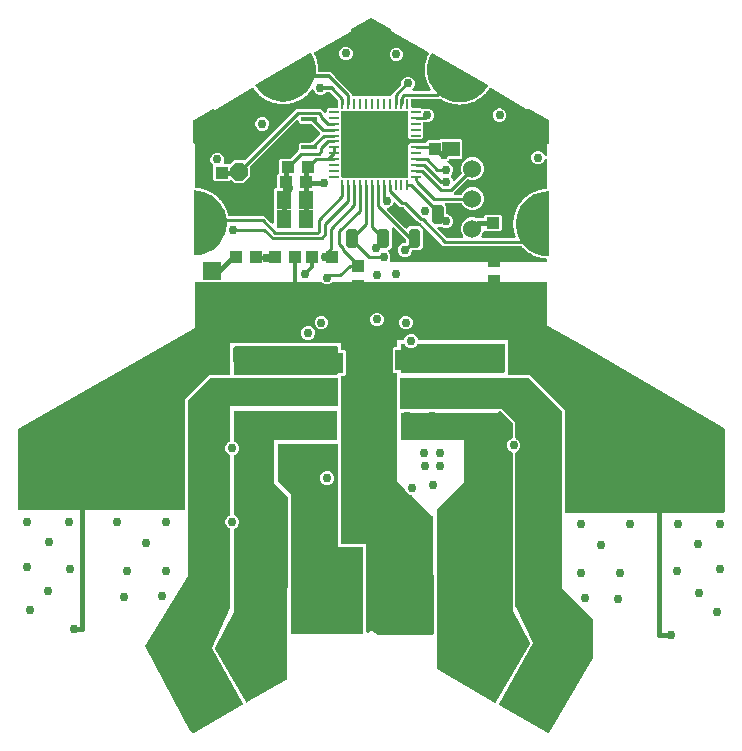
<source format=gbr>
G04 EAGLE Gerber RS-274X export*
G75*
%MOMM*%
%FSLAX34Y34*%
%LPD*%
%INBottom Copper*%
%IPPOS*%
%AMOC8*
5,1,8,0,0,1.08239X$1,22.5*%
G01*
%ADD10R,1.100000X1.000000*%
%ADD11R,1.300000X1.500000*%
%ADD12R,1.000000X1.100000*%
%ADD13R,1.500000X1.300000*%
%ADD14R,1.530000X1.530000*%
%ADD15C,1.530000*%
%ADD16C,1.524000*%
%ADD17P,1.649562X8X22.500000*%
%ADD18R,2.540000X1.270000*%
%ADD19R,0.812800X0.254000*%
%ADD20R,0.254000X0.812800*%
%ADD21R,5.384800X5.384800*%
%ADD22R,1.399997X0.400000*%
%ADD23C,1.981200*%
%ADD24C,0.499997*%
%ADD25C,1.000000*%
%ADD26R,3.200000X1.800000*%
%ADD27C,0.756400*%
%ADD28C,0.254000*%
%ADD29C,0.304800*%
%ADD30C,0.406400*%
%ADD31C,0.190500*%

G36*
X52309Y-2448D02*
X52309Y-2448D01*
X52332Y-2451D01*
X52430Y-2428D01*
X52529Y-2412D01*
X52549Y-2401D01*
X52572Y-2396D01*
X52658Y-2344D01*
X52746Y-2297D01*
X52762Y-2280D01*
X52782Y-2268D01*
X52846Y-2191D01*
X52915Y-2119D01*
X52925Y-2098D01*
X52940Y-2080D01*
X52977Y-1987D01*
X53019Y-1896D01*
X53021Y-1873D01*
X53030Y-1851D01*
X53047Y-1684D01*
X52188Y97982D01*
X52172Y98072D01*
X52165Y98162D01*
X52152Y98192D01*
X52146Y98225D01*
X52103Y98304D01*
X52067Y98387D01*
X52040Y98420D01*
X52029Y98441D01*
X52006Y98463D01*
X51961Y98518D01*
X34847Y115410D01*
X34775Y115461D01*
X34707Y115519D01*
X34674Y115532D01*
X34646Y115552D01*
X34561Y115577D01*
X34479Y115611D01*
X34434Y115615D01*
X34411Y115623D01*
X34379Y115622D01*
X34312Y115629D01*
X33768Y115629D01*
X31631Y116514D01*
X29996Y118150D01*
X29110Y120287D01*
X29110Y120753D01*
X29095Y120846D01*
X29087Y120939D01*
X29075Y120967D01*
X29071Y120996D01*
X29027Y121079D01*
X28989Y121165D01*
X28966Y121194D01*
X28955Y121213D01*
X28932Y121236D01*
X28884Y121295D01*
X22193Y127899D01*
X22193Y218175D01*
X22189Y218194D01*
X22191Y218214D01*
X22169Y218315D01*
X22153Y218418D01*
X22143Y218435D01*
X22139Y218455D01*
X22086Y218544D01*
X22038Y218635D01*
X22023Y218649D01*
X22013Y218666D01*
X21934Y218733D01*
X21859Y218804D01*
X21841Y218813D01*
X21826Y218826D01*
X21730Y218864D01*
X21636Y218908D01*
X21617Y218910D01*
X21598Y218918D01*
X21431Y218936D01*
X19670Y218936D01*
X18480Y220127D01*
X18480Y239811D01*
X19670Y241001D01*
X21431Y241001D01*
X21451Y241005D01*
X21471Y241003D01*
X21572Y241025D01*
X21674Y241041D01*
X21692Y241051D01*
X21711Y241055D01*
X21800Y241108D01*
X21891Y241156D01*
X21905Y241171D01*
X21922Y241181D01*
X21990Y241260D01*
X22061Y241335D01*
X22069Y241353D01*
X22082Y241368D01*
X22121Y241464D01*
X22164Y241558D01*
X22167Y241577D01*
X22174Y241596D01*
X22193Y241763D01*
X22193Y246889D01*
X27484Y246889D01*
X27504Y246892D01*
X27524Y246890D01*
X27625Y246912D01*
X27727Y246929D01*
X27745Y246938D01*
X27764Y246942D01*
X27853Y246995D01*
X27944Y247044D01*
X27958Y247058D01*
X27975Y247068D01*
X28043Y247147D01*
X28114Y247222D01*
X28122Y247240D01*
X28135Y247255D01*
X28174Y247351D01*
X28217Y247445D01*
X28220Y247465D01*
X28227Y247483D01*
X28244Y247636D01*
X29131Y249777D01*
X30766Y251413D01*
X32904Y252298D01*
X35217Y252298D01*
X37354Y251413D01*
X38990Y249777D01*
X39878Y247633D01*
X39878Y247630D01*
X39876Y247611D01*
X39898Y247509D01*
X39915Y247407D01*
X39924Y247390D01*
X39928Y247370D01*
X39981Y247281D01*
X40030Y247190D01*
X40044Y247176D01*
X40054Y247159D01*
X40133Y247092D01*
X40208Y247021D01*
X40226Y247012D01*
X40241Y246999D01*
X40338Y246960D01*
X40431Y246917D01*
X40451Y246915D01*
X40470Y246907D01*
X40636Y246889D01*
X115920Y246889D01*
X115920Y218281D01*
X115921Y218273D01*
X115921Y218271D01*
X115923Y218261D01*
X115921Y218242D01*
X115943Y218141D01*
X115960Y218039D01*
X115969Y218021D01*
X115973Y218001D01*
X116027Y217912D01*
X116075Y217821D01*
X116089Y217807D01*
X116099Y217790D01*
X116178Y217723D01*
X116253Y217652D01*
X116271Y217643D01*
X116286Y217630D01*
X116383Y217592D01*
X116476Y217548D01*
X116496Y217546D01*
X116515Y217538D01*
X116681Y217520D01*
X134622Y217520D01*
X164339Y187803D01*
X164339Y101600D01*
X164342Y101580D01*
X164340Y101561D01*
X164362Y101459D01*
X164379Y101357D01*
X164388Y101340D01*
X164392Y101320D01*
X164445Y101231D01*
X164494Y101140D01*
X164508Y101126D01*
X164518Y101109D01*
X164597Y101042D01*
X164672Y100971D01*
X164690Y100962D01*
X164705Y100949D01*
X164801Y100910D01*
X164895Y100867D01*
X164915Y100865D01*
X164933Y100857D01*
X165100Y100839D01*
X298503Y100839D01*
X298522Y100842D01*
X298542Y100840D01*
X298643Y100862D01*
X298746Y100879D01*
X298763Y100888D01*
X298783Y100892D01*
X298872Y100945D01*
X298963Y100994D01*
X298977Y101008D01*
X298994Y101018D01*
X299061Y101097D01*
X299132Y101172D01*
X299141Y101190D01*
X299154Y101205D01*
X299192Y101301D01*
X299236Y101395D01*
X299238Y101415D01*
X299246Y101433D01*
X299264Y101600D01*
X299264Y171680D01*
X299253Y171745D01*
X299253Y171811D01*
X299234Y171866D01*
X299224Y171922D01*
X299193Y171981D01*
X299171Y172044D01*
X299136Y172089D01*
X299109Y172140D01*
X299061Y172185D01*
X299020Y172238D01*
X298955Y172286D01*
X298931Y172309D01*
X298913Y172318D01*
X298886Y172338D01*
X178338Y242497D01*
X178337Y242498D01*
X178336Y242499D01*
X149993Y258862D01*
X149886Y258903D01*
X149779Y258946D01*
X149769Y258947D01*
X149763Y258949D01*
X149741Y258950D01*
X149718Y258952D01*
X149626Y259044D01*
X149613Y259053D01*
X149604Y259066D01*
X149468Y259165D01*
X149348Y259234D01*
X149348Y259235D01*
X149303Y259341D01*
X149296Y259349D01*
X149294Y259355D01*
X149279Y259372D01*
X149264Y259390D01*
X149264Y259519D01*
X149261Y259535D01*
X149263Y259550D01*
X149238Y259716D01*
X149202Y259850D01*
X149202Y259851D01*
X149246Y259958D01*
X149247Y259968D01*
X149249Y259974D01*
X149250Y259997D01*
X149264Y260125D01*
X149264Y295275D01*
X149261Y295295D01*
X149263Y295314D01*
X149241Y295416D01*
X149224Y295518D01*
X149215Y295535D01*
X149211Y295555D01*
X149158Y295644D01*
X149109Y295735D01*
X149095Y295749D01*
X149085Y295766D01*
X149006Y295833D01*
X148931Y295905D01*
X148913Y295913D01*
X148898Y295926D01*
X148801Y295965D01*
X148708Y296008D01*
X148688Y296010D01*
X148669Y296018D01*
X148503Y296036D01*
X-32769Y296036D01*
X-32859Y296022D01*
X-32950Y296014D01*
X-32980Y296002D01*
X-33012Y295997D01*
X-33092Y295954D01*
X-33176Y295918D01*
X-33208Y295892D01*
X-33229Y295881D01*
X-33251Y295858D01*
X-33307Y295813D01*
X-34012Y295108D01*
X-36150Y294223D01*
X-38463Y294223D01*
X-40600Y295108D01*
X-41305Y295813D01*
X-41379Y295866D01*
X-41449Y295926D01*
X-41479Y295938D01*
X-41505Y295957D01*
X-41592Y295984D01*
X-41677Y296018D01*
X-41718Y296022D01*
X-41740Y296029D01*
X-41772Y296028D01*
X-41844Y296036D01*
X-126005Y296036D01*
X-126095Y296022D01*
X-126186Y296014D01*
X-126216Y296002D01*
X-126248Y295997D01*
X-126328Y295954D01*
X-126412Y295918D01*
X-126421Y295911D01*
X-143458Y295911D01*
X-143475Y295926D01*
X-143505Y295938D01*
X-143531Y295957D01*
X-143619Y295984D01*
X-143703Y296018D01*
X-143744Y296022D01*
X-143766Y296029D01*
X-143799Y296028D01*
X-143870Y296036D01*
X-148431Y296036D01*
X-148451Y296033D01*
X-148471Y296035D01*
X-148572Y296013D01*
X-148674Y295997D01*
X-148692Y295987D01*
X-148711Y295983D01*
X-148800Y295930D01*
X-148891Y295881D01*
X-148905Y295867D01*
X-148922Y295857D01*
X-148990Y295778D01*
X-149061Y295703D01*
X-149069Y295685D01*
X-149082Y295670D01*
X-149121Y295574D01*
X-149164Y295480D01*
X-149167Y295460D01*
X-149174Y295442D01*
X-149193Y295275D01*
X-149193Y260066D01*
X-149174Y259952D01*
X-149161Y259863D01*
X-149167Y259843D01*
X-149168Y259828D01*
X-149174Y259813D01*
X-149193Y259646D01*
X-149193Y257617D01*
X-298828Y172111D01*
X-298881Y172067D01*
X-298941Y172032D01*
X-298976Y171990D01*
X-299019Y171956D01*
X-299056Y171898D01*
X-299101Y171845D01*
X-299121Y171794D01*
X-299150Y171748D01*
X-299167Y171681D01*
X-299193Y171617D01*
X-299201Y171541D01*
X-299209Y171509D01*
X-299207Y171488D01*
X-299211Y171450D01*
X-299211Y103981D01*
X-299208Y103962D01*
X-299210Y103942D01*
X-299188Y103841D01*
X-299172Y103739D01*
X-299162Y103721D01*
X-299158Y103701D01*
X-299105Y103612D01*
X-299056Y103521D01*
X-299042Y103507D01*
X-299032Y103490D01*
X-298953Y103423D01*
X-298878Y103352D01*
X-298860Y103343D01*
X-298845Y103330D01*
X-298749Y103292D01*
X-298655Y103248D01*
X-298635Y103246D01*
X-298617Y103238D01*
X-298450Y103220D01*
X-157956Y103220D01*
X-157937Y103223D01*
X-157917Y103221D01*
X-157816Y103243D01*
X-157714Y103260D01*
X-157696Y103269D01*
X-157676Y103273D01*
X-157587Y103327D01*
X-157496Y103375D01*
X-157482Y103389D01*
X-157465Y103399D01*
X-157398Y103478D01*
X-157327Y103553D01*
X-157318Y103571D01*
X-157305Y103586D01*
X-157267Y103683D01*
X-157223Y103776D01*
X-157221Y103796D01*
X-157213Y103815D01*
X-157195Y103981D01*
X-157195Y197328D01*
X-137003Y217520D01*
X-119856Y217520D01*
X-119837Y217523D01*
X-119817Y217521D01*
X-119716Y217543D01*
X-119614Y217560D01*
X-119596Y217569D01*
X-119576Y217573D01*
X-119487Y217627D01*
X-119396Y217675D01*
X-119382Y217689D01*
X-119365Y217699D01*
X-119298Y217778D01*
X-119227Y217853D01*
X-119218Y217871D01*
X-119205Y217886D01*
X-119167Y217983D01*
X-119123Y218076D01*
X-119121Y218096D01*
X-119113Y218115D01*
X-119095Y218281D01*
X-119095Y244508D01*
X-25368Y244508D01*
X-25368Y239381D01*
X-25364Y239362D01*
X-25366Y239342D01*
X-25344Y239241D01*
X-25328Y239139D01*
X-25318Y239121D01*
X-25314Y239102D01*
X-25261Y239013D01*
X-25213Y238921D01*
X-25198Y238908D01*
X-25188Y238891D01*
X-25109Y238823D01*
X-25034Y238752D01*
X-25016Y238744D01*
X-25001Y238731D01*
X-24905Y238692D01*
X-24811Y238648D01*
X-24792Y238646D01*
X-24773Y238639D01*
X-24606Y238620D01*
X-22845Y238620D01*
X-21655Y237430D01*
X-21655Y217745D01*
X-22845Y216555D01*
X-24606Y216555D01*
X-24626Y216552D01*
X-24646Y216554D01*
X-24747Y216532D01*
X-24849Y216515D01*
X-24867Y216506D01*
X-24886Y216501D01*
X-24975Y216448D01*
X-25066Y216400D01*
X-25080Y216386D01*
X-25097Y216375D01*
X-25165Y216297D01*
X-25236Y216222D01*
X-25244Y216204D01*
X-25257Y216188D01*
X-25296Y216092D01*
X-25339Y215999D01*
X-25342Y215979D01*
X-25349Y215960D01*
X-25367Y215794D01*
X-25368Y75406D01*
X-25364Y75387D01*
X-25366Y75367D01*
X-25344Y75266D01*
X-25328Y75164D01*
X-25318Y75146D01*
X-25314Y75126D01*
X-25261Y75037D01*
X-25213Y74946D01*
X-25198Y74932D01*
X-25188Y74915D01*
X-25109Y74848D01*
X-25034Y74777D01*
X-25016Y74768D01*
X-25001Y74755D01*
X-24905Y74717D01*
X-24811Y74673D01*
X-24792Y74671D01*
X-24773Y74663D01*
X-24606Y74645D01*
X-3936Y74645D01*
X-3936Y-175D01*
X-3933Y-192D01*
X-3935Y-208D01*
X-3920Y-277D01*
X-3912Y-364D01*
X-3901Y-389D01*
X-3897Y-417D01*
X-3885Y-439D01*
X-3883Y-448D01*
X-3859Y-487D01*
X-3852Y-501D01*
X-3814Y-589D01*
X-3795Y-610D01*
X-3781Y-635D01*
X-3758Y-657D01*
X-3757Y-659D01*
X-3746Y-668D01*
X-3712Y-700D01*
X-3648Y-771D01*
X-3624Y-785D01*
X-3603Y-804D01*
X-3517Y-844D01*
X-3433Y-891D01*
X-3406Y-896D01*
X-3380Y-908D01*
X-3285Y-918D01*
X-3192Y-936D01*
X-3164Y-932D01*
X-3136Y-935D01*
X-3042Y-915D01*
X-2948Y-901D01*
X-2922Y-890D01*
X-2921Y-890D01*
X-2918Y-888D01*
X-2916Y-887D01*
X-2895Y-883D01*
X-2867Y-866D01*
X-2794Y-834D01*
X-710Y369D01*
X-621Y442D01*
X-531Y513D01*
X-525Y521D01*
X-520Y525D01*
X-508Y544D01*
X-495Y563D01*
X-369Y596D01*
X-355Y603D01*
X-339Y605D01*
X-186Y672D01*
X-65Y742D01*
X-64Y741D01*
X50Y728D01*
X60Y729D01*
X66Y728D01*
X88Y733D01*
X111Y737D01*
X223Y672D01*
X238Y667D01*
X251Y657D01*
X407Y596D01*
X541Y560D01*
X542Y559D01*
X613Y469D01*
X621Y463D01*
X625Y458D01*
X644Y446D01*
X748Y369D01*
X5458Y-2350D01*
X5565Y-2391D01*
X5672Y-2433D01*
X5682Y-2435D01*
X5688Y-2437D01*
X5710Y-2438D01*
X5838Y-2452D01*
X52286Y-2452D01*
X52309Y-2448D01*
G37*
G36*
X150058Y-85684D02*
X150058Y-85684D01*
X150114Y-85686D01*
X150179Y-85667D01*
X150246Y-85657D01*
X150318Y-85626D01*
X150350Y-85616D01*
X150367Y-85604D01*
X150399Y-85590D01*
X150604Y-85472D01*
X150692Y-85400D01*
X150781Y-85331D01*
X150788Y-85321D01*
X150795Y-85316D01*
X150808Y-85294D01*
X150881Y-85197D01*
X187982Y-21816D01*
X188024Y-21708D01*
X188068Y-21598D01*
X188069Y-21591D01*
X188070Y-21586D01*
X188071Y-21568D01*
X188086Y-21431D01*
X188086Y10319D01*
X188072Y10409D01*
X188064Y10500D01*
X188052Y10530D01*
X188047Y10562D01*
X188004Y10642D01*
X187968Y10726D01*
X187942Y10758D01*
X187931Y10779D01*
X187908Y10801D01*
X187863Y10857D01*
X161893Y36828D01*
X161893Y186531D01*
X161878Y186621D01*
X161871Y186712D01*
X161858Y186742D01*
X161853Y186774D01*
X161810Y186855D01*
X161774Y186939D01*
X161749Y186971D01*
X161738Y186991D01*
X161714Y187014D01*
X161670Y187070D01*
X133888Y214851D01*
X133814Y214904D01*
X133745Y214963D01*
X133715Y214976D01*
X133689Y214994D01*
X133602Y215021D01*
X133517Y215055D01*
X133476Y215060D01*
X133453Y215067D01*
X133421Y215066D01*
X133350Y215074D01*
X25400Y215074D01*
X25380Y215071D01*
X25361Y215073D01*
X25259Y215051D01*
X25157Y215034D01*
X25140Y215025D01*
X25120Y215020D01*
X25031Y214967D01*
X24940Y214919D01*
X24926Y214905D01*
X24909Y214894D01*
X24842Y214816D01*
X24771Y214741D01*
X24762Y214723D01*
X24749Y214707D01*
X24710Y214611D01*
X24667Y214518D01*
X24665Y214498D01*
X24657Y214479D01*
X24639Y214313D01*
X24639Y189706D01*
X24642Y189687D01*
X24640Y189667D01*
X24662Y189566D01*
X24679Y189464D01*
X24688Y189446D01*
X24692Y189426D01*
X24745Y189337D01*
X24794Y189246D01*
X24808Y189232D01*
X24818Y189215D01*
X24897Y189148D01*
X24972Y189077D01*
X24990Y189068D01*
X25005Y189055D01*
X25101Y189017D01*
X25195Y188973D01*
X25215Y188971D01*
X25233Y188963D01*
X25400Y188945D01*
X110810Y188945D01*
X122270Y177485D01*
X122270Y164077D01*
X122289Y163963D01*
X122306Y163846D01*
X122309Y163841D01*
X122310Y163835D01*
X122364Y163732D01*
X122417Y163627D01*
X122422Y163623D01*
X122425Y163617D01*
X122509Y163537D01*
X122593Y163455D01*
X122600Y163451D01*
X122603Y163448D01*
X122620Y163440D01*
X122740Y163374D01*
X123919Y162886D01*
X125554Y161250D01*
X126440Y159113D01*
X126440Y156800D01*
X125554Y154662D01*
X123919Y153027D01*
X122740Y152538D01*
X122640Y152477D01*
X122540Y152417D01*
X122536Y152412D01*
X122531Y152409D01*
X122456Y152318D01*
X122380Y152230D01*
X122378Y152224D01*
X122374Y152219D01*
X122332Y152111D01*
X122288Y152002D01*
X122288Y151994D01*
X122286Y151990D01*
X122285Y151971D01*
X122270Y151835D01*
X122270Y21478D01*
X122284Y21391D01*
X122290Y21303D01*
X122306Y21260D01*
X122310Y21235D01*
X122324Y21208D01*
X122347Y21145D01*
X137193Y-9421D01*
X108167Y-60776D01*
X108161Y-60791D01*
X108151Y-60805D01*
X108118Y-60907D01*
X108082Y-61007D01*
X108081Y-61023D01*
X108076Y-61039D01*
X108078Y-61146D01*
X108075Y-61253D01*
X108080Y-61269D01*
X108080Y-61285D01*
X108116Y-61386D01*
X108147Y-61488D01*
X108156Y-61501D01*
X108162Y-61517D01*
X108228Y-61601D01*
X108290Y-61688D01*
X108303Y-61698D01*
X108313Y-61711D01*
X108449Y-61810D01*
X149638Y-85590D01*
X149701Y-85614D01*
X149760Y-85647D01*
X149816Y-85657D01*
X149868Y-85677D01*
X149936Y-85679D01*
X150002Y-85692D01*
X150058Y-85684D01*
G37*
G36*
X105623Y-59981D02*
X105623Y-59981D01*
X105646Y-59981D01*
X105741Y-59947D01*
X105838Y-59918D01*
X105856Y-59905D01*
X105877Y-59898D01*
X105956Y-59835D01*
X106039Y-59777D01*
X106052Y-59759D01*
X106070Y-59745D01*
X106168Y-59609D01*
X134229Y-10313D01*
X134247Y-10265D01*
X134274Y-10221D01*
X134290Y-10150D01*
X134315Y-10082D01*
X134316Y-10031D01*
X134328Y-9981D01*
X134320Y-9909D01*
X134322Y-9836D01*
X134308Y-9787D01*
X134302Y-9736D01*
X134259Y-9627D01*
X134251Y-9601D01*
X134246Y-9593D01*
X134241Y-9580D01*
X119824Y17652D01*
X119824Y151486D01*
X119805Y151600D01*
X119788Y151717D01*
X119785Y151722D01*
X119784Y151728D01*
X119730Y151831D01*
X119676Y151936D01*
X119672Y151940D01*
X119669Y151946D01*
X119585Y152026D01*
X119501Y152108D01*
X119494Y152112D01*
X119491Y152115D01*
X119474Y152123D01*
X119354Y152189D01*
X117331Y153027D01*
X115696Y154662D01*
X114810Y156800D01*
X114810Y159113D01*
X115696Y161250D01*
X117331Y162886D01*
X119354Y163724D01*
X119454Y163785D01*
X119553Y163845D01*
X119557Y163850D01*
X119563Y163853D01*
X119638Y163944D01*
X119713Y164032D01*
X119716Y164038D01*
X119720Y164043D01*
X119761Y164151D01*
X119805Y164260D01*
X119806Y164268D01*
X119808Y164272D01*
X119809Y164291D01*
X119824Y164427D01*
X119824Y176213D01*
X119809Y176303D01*
X119802Y176394D01*
X119789Y176423D01*
X119784Y176455D01*
X119741Y176536D01*
X119706Y176620D01*
X119680Y176652D01*
X119669Y176673D01*
X119646Y176695D01*
X119601Y176751D01*
X109679Y186673D01*
X109663Y186684D01*
X109650Y186700D01*
X109563Y186756D01*
X109479Y186816D01*
X109460Y186822D01*
X109443Y186833D01*
X109343Y186858D01*
X109244Y186889D01*
X109224Y186888D01*
X109205Y186893D01*
X109102Y186885D01*
X108998Y186882D01*
X108979Y186875D01*
X108960Y186874D01*
X108865Y186833D01*
X108767Y186798D01*
X108752Y186785D01*
X108733Y186777D01*
X108602Y186673D01*
X107635Y185705D01*
X26194Y185705D01*
X26174Y185702D01*
X26154Y185704D01*
X26053Y185682D01*
X25951Y185665D01*
X25933Y185656D01*
X25914Y185652D01*
X25825Y185599D01*
X25734Y185550D01*
X25720Y185536D01*
X25703Y185526D01*
X25635Y185447D01*
X25564Y185372D01*
X25556Y185354D01*
X25543Y185339D01*
X25504Y185242D01*
X25461Y185149D01*
X25458Y185129D01*
X25451Y185110D01*
X25433Y184944D01*
X25433Y163513D01*
X25436Y163493D01*
X25434Y163473D01*
X25456Y163372D01*
X25472Y163270D01*
X25482Y163252D01*
X25486Y163233D01*
X25539Y163144D01*
X25587Y163052D01*
X25602Y163039D01*
X25612Y163022D01*
X25691Y162954D01*
X25766Y162883D01*
X25784Y162875D01*
X25799Y162862D01*
X25895Y162823D01*
X25989Y162779D01*
X26009Y162777D01*
X26027Y162770D01*
X26194Y162751D01*
X78614Y162751D01*
X78614Y126522D01*
X55818Y103726D01*
X55765Y103652D01*
X55705Y103582D01*
X55693Y103552D01*
X55674Y103526D01*
X55648Y103439D01*
X55613Y103354D01*
X55609Y103313D01*
X55602Y103291D01*
X55603Y103259D01*
X55595Y103188D01*
X55595Y-30856D01*
X55606Y-30923D01*
X55607Y-30991D01*
X55626Y-31044D01*
X55635Y-31099D01*
X55666Y-31159D01*
X55689Y-31223D01*
X55724Y-31267D01*
X55750Y-31316D01*
X55799Y-31363D01*
X55841Y-31416D01*
X55904Y-31463D01*
X55928Y-31486D01*
X55947Y-31495D01*
X55976Y-31516D01*
X105126Y-59892D01*
X105147Y-59900D01*
X105165Y-59913D01*
X105262Y-59943D01*
X105356Y-59979D01*
X105378Y-59980D01*
X105400Y-59986D01*
X105501Y-59984D01*
X105602Y-59988D01*
X105623Y-59981D01*
G37*
G36*
X-149942Y-85684D02*
X-149942Y-85684D01*
X-149886Y-85686D01*
X-149821Y-85667D01*
X-149754Y-85657D01*
X-149682Y-85626D01*
X-149650Y-85616D01*
X-149633Y-85604D01*
X-149601Y-85590D01*
X-109023Y-62163D01*
X-109014Y-62156D01*
X-109003Y-62151D01*
X-108919Y-62078D01*
X-108832Y-62007D01*
X-108826Y-61997D01*
X-108817Y-61990D01*
X-108761Y-61894D01*
X-108701Y-61799D01*
X-108699Y-61788D01*
X-108693Y-61778D01*
X-108670Y-61668D01*
X-108644Y-61560D01*
X-108645Y-61548D01*
X-108643Y-61537D01*
X-108656Y-61426D01*
X-108666Y-61315D01*
X-108670Y-61304D01*
X-108672Y-61293D01*
X-108736Y-61138D01*
X-134879Y-13466D01*
X-119166Y20316D01*
X-119144Y20395D01*
X-119113Y20471D01*
X-119107Y20526D01*
X-119100Y20553D01*
X-119101Y20582D01*
X-119095Y20638D01*
X-119095Y86969D01*
X-119114Y87083D01*
X-119131Y87199D01*
X-119134Y87205D01*
X-119135Y87211D01*
X-119189Y87314D01*
X-119242Y87419D01*
X-119247Y87423D01*
X-119250Y87429D01*
X-119334Y87509D01*
X-119418Y87591D01*
X-119425Y87595D01*
X-119428Y87598D01*
X-119445Y87606D01*
X-119565Y87672D01*
X-120769Y88171D01*
X-122404Y89806D01*
X-123290Y91943D01*
X-123290Y94257D01*
X-122404Y96394D01*
X-120769Y98029D01*
X-119565Y98528D01*
X-119466Y98590D01*
X-119365Y98650D01*
X-119361Y98654D01*
X-119356Y98658D01*
X-119281Y98748D01*
X-119205Y98837D01*
X-119203Y98842D01*
X-119199Y98847D01*
X-119157Y98956D01*
X-119113Y99065D01*
X-119113Y99072D01*
X-119111Y99077D01*
X-119110Y99095D01*
X-119095Y99231D01*
X-119095Y149454D01*
X-119114Y149569D01*
X-119131Y149685D01*
X-119134Y149691D01*
X-119135Y149697D01*
X-119189Y149799D01*
X-119242Y149904D01*
X-119247Y149909D01*
X-119250Y149914D01*
X-119334Y149994D01*
X-119418Y150076D01*
X-119425Y150080D01*
X-119428Y150083D01*
X-119445Y150091D01*
X-119565Y150157D01*
X-120744Y150646D01*
X-122379Y152281D01*
X-123265Y154418D01*
X-123265Y156732D01*
X-122379Y158869D01*
X-120744Y160504D01*
X-119565Y160993D01*
X-119465Y161055D01*
X-119365Y161114D01*
X-119361Y161119D01*
X-119356Y161122D01*
X-119281Y161213D01*
X-119205Y161301D01*
X-119203Y161307D01*
X-119199Y161312D01*
X-119157Y161420D01*
X-119113Y161529D01*
X-119113Y161537D01*
X-119111Y161541D01*
X-119110Y161559D01*
X-119095Y161696D01*
X-119095Y191326D01*
X-28575Y191326D01*
X-28555Y191329D01*
X-28536Y191327D01*
X-28434Y191349D01*
X-28332Y191366D01*
X-28315Y191375D01*
X-28295Y191380D01*
X-28206Y191433D01*
X-28115Y191481D01*
X-28101Y191496D01*
X-28084Y191506D01*
X-28017Y191584D01*
X-27946Y191659D01*
X-27937Y191677D01*
X-27924Y191693D01*
X-27885Y191789D01*
X-27842Y191883D01*
X-27840Y191902D01*
X-27832Y191921D01*
X-27814Y192088D01*
X-27814Y214313D01*
X-27817Y214332D01*
X-27815Y214352D01*
X-27837Y214453D01*
X-27854Y214555D01*
X-27863Y214573D01*
X-27867Y214592D01*
X-27920Y214681D01*
X-27969Y214773D01*
X-27983Y214786D01*
X-27993Y214803D01*
X-28072Y214871D01*
X-28147Y214942D01*
X-28165Y214950D01*
X-28180Y214963D01*
X-28276Y215002D01*
X-28370Y215046D01*
X-28390Y215048D01*
X-28408Y215055D01*
X-28575Y215074D01*
X-135731Y215074D01*
X-135821Y215059D01*
X-135912Y215052D01*
X-135942Y215039D01*
X-135974Y215034D01*
X-136055Y214991D01*
X-136139Y214956D01*
X-136171Y214930D01*
X-136191Y214919D01*
X-136214Y214896D01*
X-136270Y214851D01*
X-154526Y196595D01*
X-154579Y196521D01*
X-154638Y196451D01*
X-154651Y196421D01*
X-154669Y196395D01*
X-154696Y196308D01*
X-154730Y196223D01*
X-154735Y196182D01*
X-154742Y196160D01*
X-154741Y196128D01*
X-154749Y196056D01*
X-154749Y47655D01*
X-191382Y-11605D01*
X-191407Y-11665D01*
X-191441Y-11721D01*
X-191453Y-11778D01*
X-191476Y-11832D01*
X-191480Y-11898D01*
X-191494Y-11961D01*
X-191488Y-12019D01*
X-191492Y-12078D01*
X-191476Y-12141D01*
X-191469Y-12206D01*
X-191438Y-12284D01*
X-191430Y-12316D01*
X-191419Y-12332D01*
X-191407Y-12362D01*
X-153671Y-83545D01*
X-153668Y-83550D01*
X-153666Y-83555D01*
X-153594Y-83647D01*
X-153522Y-83741D01*
X-153518Y-83744D01*
X-153514Y-83749D01*
X-153379Y-83848D01*
X-150362Y-85590D01*
X-150299Y-85614D01*
X-150240Y-85647D01*
X-150184Y-85657D01*
X-150132Y-85677D01*
X-150064Y-85679D01*
X-149998Y-85692D01*
X-149942Y-85684D01*
G37*
G36*
X-105162Y-59851D02*
X-105162Y-59851D01*
X-105060Y-59842D01*
X-105041Y-59833D01*
X-105019Y-59830D01*
X-104865Y-59763D01*
X-71932Y-40749D01*
X-71881Y-40708D01*
X-71825Y-40675D01*
X-71787Y-40630D01*
X-71741Y-40593D01*
X-71706Y-40538D01*
X-71664Y-40489D01*
X-71642Y-40435D01*
X-71610Y-40385D01*
X-71595Y-40321D01*
X-71570Y-40261D01*
X-71561Y-40178D01*
X-71553Y-40146D01*
X-71555Y-40127D01*
X-71551Y-40095D01*
X-70602Y113639D01*
X-70615Y113721D01*
X-70619Y113803D01*
X-70634Y113841D01*
X-70640Y113882D01*
X-70678Y113955D01*
X-70708Y114032D01*
X-70741Y114075D01*
X-70754Y114100D01*
X-70775Y114120D01*
X-70809Y114166D01*
X-81789Y125811D01*
X-81789Y162751D01*
X-29369Y162751D01*
X-29349Y162754D01*
X-29329Y162752D01*
X-29228Y162774D01*
X-29126Y162791D01*
X-29108Y162800D01*
X-29089Y162805D01*
X-29000Y162858D01*
X-28909Y162906D01*
X-28895Y162921D01*
X-28878Y162931D01*
X-28810Y163009D01*
X-28739Y163084D01*
X-28731Y163102D01*
X-28718Y163118D01*
X-28679Y163214D01*
X-28636Y163308D01*
X-28633Y163327D01*
X-28626Y163346D01*
X-28608Y163513D01*
X-28608Y186531D01*
X-28611Y186551D01*
X-28609Y186571D01*
X-28631Y186672D01*
X-28647Y186774D01*
X-28657Y186792D01*
X-28661Y186811D01*
X-28714Y186900D01*
X-28762Y186991D01*
X-28777Y187005D01*
X-28787Y187022D01*
X-28866Y187090D01*
X-28941Y187161D01*
X-28959Y187169D01*
X-28974Y187182D01*
X-29070Y187221D01*
X-29164Y187264D01*
X-29184Y187267D01*
X-29202Y187274D01*
X-29369Y187293D01*
X-115094Y187293D01*
X-115113Y187289D01*
X-115133Y187291D01*
X-115234Y187269D01*
X-115337Y187253D01*
X-115354Y187243D01*
X-115374Y187239D01*
X-115463Y187186D01*
X-115554Y187138D01*
X-115568Y187123D01*
X-115585Y187113D01*
X-115652Y187034D01*
X-115723Y186959D01*
X-115732Y186941D01*
X-115745Y186926D01*
X-115783Y186830D01*
X-115827Y186736D01*
X-115829Y186717D01*
X-115837Y186698D01*
X-115855Y186531D01*
X-115855Y161717D01*
X-115836Y161602D01*
X-115819Y161486D01*
X-115816Y161480D01*
X-115815Y161474D01*
X-115761Y161372D01*
X-115708Y161267D01*
X-115703Y161262D01*
X-115700Y161257D01*
X-115616Y161176D01*
X-115532Y161094D01*
X-115525Y161091D01*
X-115522Y161087D01*
X-115505Y161079D01*
X-115385Y161013D01*
X-114156Y160504D01*
X-112521Y158869D01*
X-111635Y156732D01*
X-111635Y154418D01*
X-112521Y152281D01*
X-114156Y150646D01*
X-115385Y150137D01*
X-115485Y150075D01*
X-115585Y150015D01*
X-115589Y150010D01*
X-115594Y150007D01*
X-115669Y149917D01*
X-115745Y149828D01*
X-115747Y149822D01*
X-115751Y149817D01*
X-115793Y149709D01*
X-115837Y149600D01*
X-115837Y149592D01*
X-115839Y149588D01*
X-115840Y149570D01*
X-115855Y149433D01*
X-115855Y99231D01*
X-115852Y99214D01*
X-115854Y99197D01*
X-115836Y99112D01*
X-115819Y99001D01*
X-115816Y98995D01*
X-115815Y98989D01*
X-115804Y98968D01*
X-115802Y98957D01*
X-115771Y98905D01*
X-115761Y98886D01*
X-115708Y98781D01*
X-115703Y98777D01*
X-115700Y98771D01*
X-115679Y98751D01*
X-115676Y98745D01*
X-115649Y98723D01*
X-115616Y98691D01*
X-115532Y98609D01*
X-115525Y98605D01*
X-115522Y98602D01*
X-115505Y98594D01*
X-115385Y98528D01*
X-114181Y98029D01*
X-112546Y96394D01*
X-111660Y94257D01*
X-111660Y91943D01*
X-112546Y89806D01*
X-114181Y88171D01*
X-115385Y87672D01*
X-115485Y87610D01*
X-115585Y87550D01*
X-115589Y87546D01*
X-115594Y87542D01*
X-115669Y87452D01*
X-115745Y87363D01*
X-115747Y87358D01*
X-115751Y87353D01*
X-115793Y87244D01*
X-115837Y87135D01*
X-115837Y87128D01*
X-115839Y87123D01*
X-115840Y87105D01*
X-115855Y86969D01*
X-115855Y17000D01*
X-131806Y-13451D01*
X-131822Y-13499D01*
X-131846Y-13543D01*
X-131860Y-13615D01*
X-131883Y-13685D01*
X-131883Y-13735D01*
X-131892Y-13784D01*
X-131882Y-13857D01*
X-131882Y-13931D01*
X-131866Y-13978D01*
X-131859Y-14028D01*
X-131811Y-14139D01*
X-131803Y-14163D01*
X-131798Y-14170D01*
X-131792Y-14182D01*
X-105907Y-59481D01*
X-105893Y-59498D01*
X-105885Y-59518D01*
X-105816Y-59593D01*
X-105752Y-59672D01*
X-105734Y-59684D01*
X-105719Y-59700D01*
X-105630Y-59750D01*
X-105544Y-59804D01*
X-105523Y-59809D01*
X-105504Y-59820D01*
X-105404Y-59838D01*
X-105305Y-59863D01*
X-105284Y-59861D01*
X-105263Y-59865D01*
X-105162Y-59851D01*
G37*
G36*
X76957Y333520D02*
X76957Y333520D01*
X77096Y333533D01*
X77115Y333540D01*
X77135Y333543D01*
X77264Y333594D01*
X77395Y333641D01*
X77412Y333652D01*
X77431Y333660D01*
X77543Y333741D01*
X77658Y333819D01*
X77672Y333835D01*
X77688Y333846D01*
X77777Y333954D01*
X77869Y334058D01*
X77878Y334076D01*
X77891Y334091D01*
X77950Y334217D01*
X78013Y334341D01*
X78018Y334361D01*
X78026Y334379D01*
X78052Y334515D01*
X78083Y334651D01*
X78082Y334672D01*
X78086Y334691D01*
X78078Y334830D01*
X78073Y334969D01*
X78068Y334989D01*
X78066Y335009D01*
X78024Y335141D01*
X77985Y335275D01*
X77975Y335292D01*
X77968Y335311D01*
X77894Y335429D01*
X77823Y335549D01*
X77805Y335570D01*
X77798Y335580D01*
X77783Y335594D01*
X77717Y335670D01*
X77542Y335845D01*
X76072Y339392D01*
X76072Y343233D01*
X77542Y346780D01*
X80257Y349496D01*
X83805Y350965D01*
X87645Y350965D01*
X88846Y350468D01*
X88855Y350465D01*
X88864Y350461D01*
X89009Y350423D01*
X89153Y350384D01*
X89162Y350384D01*
X89171Y350381D01*
X89332Y350371D01*
X94386Y350371D01*
X94504Y350386D01*
X94622Y350393D01*
X94661Y350406D01*
X94701Y350411D01*
X94812Y350455D01*
X94925Y350491D01*
X94959Y350513D01*
X94997Y350528D01*
X95093Y350598D01*
X95194Y350661D01*
X95221Y350691D01*
X95254Y350715D01*
X95330Y350806D01*
X95412Y350893D01*
X95431Y350929D01*
X95457Y350960D01*
X95508Y351067D01*
X95565Y351172D01*
X95575Y351211D01*
X95592Y351247D01*
X95615Y351364D01*
X95645Y351480D01*
X95648Y351540D01*
X95652Y351560D01*
X95651Y351580D01*
X95655Y351640D01*
X95655Y352148D01*
X96846Y353339D01*
X109529Y353339D01*
X110720Y352148D01*
X110720Y340464D01*
X109529Y339274D01*
X96695Y339274D01*
X96674Y339281D01*
X96573Y339324D01*
X96524Y339332D01*
X96477Y339348D01*
X96367Y339357D01*
X96259Y339374D01*
X96209Y339370D01*
X96160Y339373D01*
X96052Y339355D01*
X95942Y339344D01*
X95895Y339328D01*
X95846Y339319D01*
X95746Y339274D01*
X95643Y339237D01*
X95602Y339209D01*
X95556Y339188D01*
X95471Y339120D01*
X95380Y339058D01*
X95347Y339021D01*
X95308Y338990D01*
X95242Y338902D01*
X95169Y338820D01*
X95147Y338776D01*
X95117Y338736D01*
X95046Y338591D01*
X93908Y335845D01*
X93733Y335670D01*
X93648Y335560D01*
X93559Y335453D01*
X93550Y335434D01*
X93538Y335418D01*
X93483Y335291D01*
X93424Y335165D01*
X93420Y335145D01*
X93412Y335126D01*
X93390Y334989D01*
X93364Y334852D01*
X93365Y334832D01*
X93362Y334812D01*
X93375Y334674D01*
X93384Y334535D01*
X93390Y334516D01*
X93392Y334496D01*
X93439Y334364D01*
X93482Y334233D01*
X93492Y334216D01*
X93499Y334196D01*
X93577Y334081D01*
X93652Y333964D01*
X93666Y333950D01*
X93678Y333933D01*
X93782Y333841D01*
X93883Y333746D01*
X93901Y333736D01*
X93916Y333723D01*
X94040Y333659D01*
X94162Y333592D01*
X94181Y333587D01*
X94199Y333578D01*
X94336Y333548D01*
X94470Y333513D01*
X94498Y333511D01*
X94510Y333508D01*
X94530Y333509D01*
X94630Y333503D01*
X121076Y333503D01*
X121161Y333513D01*
X121246Y333514D01*
X121318Y333533D01*
X121392Y333543D01*
X121471Y333574D01*
X121553Y333596D01*
X121618Y333632D01*
X121688Y333660D01*
X121756Y333709D01*
X121830Y333751D01*
X121884Y333803D01*
X121945Y333846D01*
X121999Y333912D01*
X122061Y333971D01*
X122100Y334034D01*
X122148Y334091D01*
X122184Y334168D01*
X122229Y334240D01*
X122251Y334312D01*
X122283Y334379D01*
X122299Y334463D01*
X122325Y334544D01*
X122329Y334618D01*
X122343Y334691D01*
X122338Y334776D01*
X122342Y334861D01*
X122328Y334934D01*
X122323Y335009D01*
X122297Y335090D01*
X122281Y335173D01*
X122228Y335302D01*
X122225Y335311D01*
X122223Y335315D01*
X122220Y335322D01*
X122081Y335611D01*
X122099Y335694D01*
X122099Y335698D01*
X122100Y335702D01*
X122093Y335855D01*
X122086Y336012D01*
X122085Y336016D01*
X122085Y336020D01*
X122047Y336176D01*
X121595Y337644D01*
X121594Y337648D01*
X121593Y337652D01*
X121528Y337792D01*
X121464Y337934D01*
X121462Y337937D01*
X121460Y337941D01*
X121363Y338060D01*
X121305Y338133D01*
X121185Y338927D01*
X121181Y338941D01*
X121181Y338955D01*
X121143Y339112D01*
X120906Y339881D01*
X120936Y339961D01*
X120936Y339965D01*
X120938Y339969D01*
X120954Y340123D01*
X120971Y340277D01*
X120970Y340281D01*
X120971Y340285D01*
X120957Y340446D01*
X120728Y341964D01*
X120727Y341968D01*
X120727Y341972D01*
X120684Y342122D01*
X120642Y342270D01*
X120640Y342274D01*
X120639Y342278D01*
X120559Y342413D01*
X120514Y342491D01*
X120514Y343294D01*
X120512Y343308D01*
X120514Y343323D01*
X120500Y343483D01*
X120380Y344280D01*
X120422Y344354D01*
X120423Y344358D01*
X120425Y344361D01*
X120464Y344513D01*
X120503Y344661D01*
X120503Y344665D01*
X120504Y344669D01*
X120515Y344830D01*
X120515Y346365D01*
X120515Y346370D01*
X120515Y346374D01*
X120495Y346527D01*
X120475Y346681D01*
X120474Y346685D01*
X120473Y346689D01*
X120416Y346831D01*
X120381Y346918D01*
X120501Y347712D01*
X120502Y347727D01*
X120505Y347741D01*
X120516Y347901D01*
X120516Y348707D01*
X120568Y348774D01*
X120570Y348778D01*
X120572Y348781D01*
X120633Y348923D01*
X120694Y349066D01*
X120695Y349070D01*
X120697Y349074D01*
X120731Y349231D01*
X120960Y350749D01*
X120960Y350753D01*
X120961Y350757D01*
X120964Y350912D01*
X120968Y351067D01*
X120967Y351071D01*
X120967Y351075D01*
X120932Y351223D01*
X120910Y351316D01*
X121147Y352083D01*
X121150Y352097D01*
X121155Y352111D01*
X121190Y352268D01*
X121310Y353064D01*
X121371Y353123D01*
X121373Y353127D01*
X121376Y353129D01*
X121456Y353259D01*
X121540Y353393D01*
X121541Y353397D01*
X121543Y353400D01*
X121600Y353551D01*
X122053Y355018D01*
X122054Y355022D01*
X122056Y355026D01*
X122081Y355176D01*
X122108Y355331D01*
X122108Y355335D01*
X122109Y355339D01*
X122096Y355490D01*
X122089Y355586D01*
X122437Y356309D01*
X122442Y356323D01*
X122450Y356335D01*
X122507Y356486D01*
X122744Y357255D01*
X122814Y357304D01*
X122817Y357307D01*
X122820Y357309D01*
X122920Y357427D01*
X123021Y357545D01*
X123023Y357549D01*
X123025Y357552D01*
X123104Y357693D01*
X123771Y359076D01*
X123772Y359080D01*
X123774Y359083D01*
X123822Y359230D01*
X123872Y359377D01*
X123872Y359381D01*
X123874Y359385D01*
X123884Y359540D01*
X123890Y359632D01*
X124343Y360295D01*
X124349Y360308D01*
X124359Y360319D01*
X124438Y360459D01*
X124787Y361185D01*
X124864Y361223D01*
X124867Y361226D01*
X124870Y361227D01*
X124987Y361330D01*
X125104Y361431D01*
X125106Y361434D01*
X125110Y361437D01*
X125209Y361564D01*
X126074Y362832D01*
X126076Y362836D01*
X126079Y362839D01*
X126149Y362978D01*
X126219Y363115D01*
X126220Y363119D01*
X126222Y363123D01*
X126254Y363272D01*
X126275Y363365D01*
X126821Y363953D01*
X126830Y363965D01*
X126841Y363974D01*
X126940Y364101D01*
X127394Y364767D01*
X127474Y364793D01*
X127478Y364795D01*
X127482Y364796D01*
X127611Y364879D01*
X127743Y364963D01*
X127746Y364966D01*
X127750Y364968D01*
X127866Y365079D01*
X128911Y366204D01*
X128913Y366207D01*
X128917Y366210D01*
X129008Y366339D01*
X129097Y366462D01*
X129098Y366466D01*
X129101Y366469D01*
X129157Y366617D01*
X129189Y366700D01*
X129817Y367201D01*
X129827Y367211D01*
X129839Y367219D01*
X129956Y367330D01*
X130504Y367920D01*
X130588Y367934D01*
X130592Y367935D01*
X130596Y367936D01*
X130738Y367999D01*
X130879Y368061D01*
X130883Y368064D01*
X130886Y368066D01*
X131018Y368158D01*
X132219Y369115D01*
X132222Y369118D01*
X132226Y369120D01*
X132332Y369230D01*
X132441Y369343D01*
X132443Y369346D01*
X132446Y369349D01*
X132521Y369481D01*
X132568Y369564D01*
X133264Y369965D01*
X133275Y369974D01*
X133288Y369980D01*
X133420Y370072D01*
X134050Y370574D01*
X134135Y370575D01*
X134139Y370576D01*
X134143Y370576D01*
X134294Y370618D01*
X134442Y370658D01*
X134446Y370660D01*
X134450Y370661D01*
X134594Y370733D01*
X135924Y371500D01*
X135927Y371503D01*
X135931Y371504D01*
X136053Y371598D01*
X136177Y371692D01*
X136180Y371696D01*
X136183Y371698D01*
X136279Y371821D01*
X136336Y371892D01*
X137084Y372186D01*
X137096Y372192D01*
X137110Y372196D01*
X137255Y372268D01*
X137952Y372670D01*
X138036Y372659D01*
X138041Y372659D01*
X138045Y372659D01*
X138198Y372677D01*
X138352Y372695D01*
X138356Y372697D01*
X138360Y372697D01*
X138514Y372746D01*
X139943Y373307D01*
X139947Y373309D01*
X139951Y373310D01*
X140087Y373385D01*
X140222Y373459D01*
X140225Y373462D01*
X140229Y373464D01*
X140341Y373570D01*
X140409Y373633D01*
X141192Y373812D01*
X141205Y373817D01*
X141220Y373818D01*
X141373Y373867D01*
X142123Y374161D01*
X142204Y374137D01*
X142209Y374137D01*
X142213Y374136D01*
X142369Y374132D01*
X142522Y374126D01*
X142526Y374127D01*
X142530Y374127D01*
X142689Y374153D01*
X144187Y374494D01*
X144190Y374496D01*
X144195Y374496D01*
X144338Y374549D01*
X144485Y374603D01*
X144489Y374605D01*
X144493Y374607D01*
X144620Y374695D01*
X144696Y374748D01*
X145497Y374807D01*
X145511Y374810D01*
X145525Y374810D01*
X145684Y374835D01*
X146470Y375014D01*
X146546Y374979D01*
X146551Y374978D01*
X146554Y374976D01*
X146704Y374949D01*
X146859Y374920D01*
X146863Y374920D01*
X146867Y374920D01*
X147028Y374922D01*
X148089Y375001D01*
X148160Y375015D01*
X148232Y375019D01*
X148315Y375046D01*
X148401Y375064D01*
X148466Y375095D01*
X148534Y375118D01*
X148608Y375164D01*
X148687Y375203D01*
X148742Y375249D01*
X148803Y375288D01*
X148863Y375351D01*
X148930Y375408D01*
X148971Y375467D01*
X149021Y375519D01*
X149063Y375596D01*
X149114Y375667D01*
X149140Y375735D01*
X149174Y375798D01*
X149196Y375883D01*
X149228Y375964D01*
X149236Y376036D01*
X149254Y376106D01*
X149264Y376266D01*
X149264Y399319D01*
X149255Y399388D01*
X149256Y399458D01*
X149235Y399545D01*
X149224Y399634D01*
X149198Y399699D01*
X149182Y399767D01*
X149140Y399847D01*
X149107Y399930D01*
X149066Y399987D01*
X149034Y400048D01*
X148973Y400115D01*
X148920Y400188D01*
X148867Y400232D01*
X148820Y400284D01*
X148745Y400333D01*
X148675Y400390D01*
X148612Y400420D01*
X148554Y400458D01*
X148469Y400488D01*
X148388Y400526D01*
X148319Y400539D01*
X148253Y400562D01*
X148163Y400569D01*
X148075Y400586D01*
X148006Y400581D01*
X147936Y400587D01*
X147848Y400571D01*
X147758Y400566D01*
X147692Y400544D01*
X147623Y400532D01*
X147541Y400496D01*
X147455Y400468D01*
X147396Y400431D01*
X147333Y400402D01*
X147263Y400346D01*
X147187Y400298D01*
X147139Y400247D01*
X147084Y400203D01*
X147030Y400131D01*
X146969Y400066D01*
X146935Y400005D01*
X146893Y399949D01*
X146822Y399805D01*
X146217Y398344D01*
X144581Y396708D01*
X142444Y395823D01*
X140131Y395823D01*
X137994Y396708D01*
X136358Y398344D01*
X135473Y400481D01*
X135473Y402794D01*
X136358Y404931D01*
X137994Y406567D01*
X140131Y407452D01*
X142444Y407452D01*
X144581Y406567D01*
X146217Y404931D01*
X146822Y403470D01*
X146857Y403410D01*
X146882Y403345D01*
X146935Y403272D01*
X146980Y403194D01*
X147028Y403144D01*
X147069Y403087D01*
X147138Y403030D01*
X147201Y402966D01*
X147260Y402929D01*
X147314Y402885D01*
X147396Y402846D01*
X147472Y402799D01*
X147539Y402779D01*
X147602Y402749D01*
X147690Y402732D01*
X147776Y402706D01*
X147846Y402702D01*
X147914Y402689D01*
X148004Y402695D01*
X148094Y402691D01*
X148162Y402705D01*
X148232Y402709D01*
X148317Y402737D01*
X148405Y402755D01*
X148468Y402786D01*
X148534Y402807D01*
X148610Y402855D01*
X148691Y402895D01*
X148744Y402940D01*
X148803Y402977D01*
X148864Y403043D01*
X148933Y403101D01*
X148973Y403158D01*
X149021Y403209D01*
X149064Y403288D01*
X149116Y403361D01*
X149141Y403426D01*
X149174Y403487D01*
X149197Y403574D01*
X149229Y403658D01*
X149236Y403728D01*
X149254Y403795D01*
X149264Y403956D01*
X149264Y413418D01*
X150029Y413356D01*
X150057Y413360D01*
X150086Y413355D01*
X150155Y413371D01*
X150226Y413380D01*
X150251Y413394D01*
X150279Y413401D01*
X150336Y413443D01*
X150398Y413479D01*
X150416Y413502D01*
X150439Y413519D01*
X150475Y413581D01*
X150519Y413637D01*
X150526Y413665D01*
X150540Y413690D01*
X150557Y413789D01*
X150567Y413830D01*
X150566Y413841D01*
X150568Y413854D01*
X150545Y432894D01*
X150530Y432969D01*
X150521Y433046D01*
X150510Y433066D01*
X150505Y433089D01*
X150462Y433152D01*
X150424Y433219D01*
X150404Y433236D01*
X150393Y433252D01*
X150355Y433276D01*
X150296Y433325D01*
X133819Y442865D01*
X133791Y442874D01*
X133768Y442891D01*
X133698Y442905D01*
X133630Y442928D01*
X133601Y442926D01*
X133573Y442932D01*
X133503Y442918D01*
X133432Y442913D01*
X133406Y442900D01*
X133378Y442894D01*
X133319Y442854D01*
X133255Y442821D01*
X133237Y442799D01*
X133213Y442783D01*
X133156Y442701D01*
X133129Y442668D01*
X133125Y442658D01*
X133118Y442647D01*
X132804Y441986D01*
X101305Y460171D01*
X101239Y460199D01*
X101177Y460236D01*
X101093Y460260D01*
X101012Y460294D01*
X100941Y460305D01*
X100872Y460325D01*
X100784Y460328D01*
X100698Y460341D01*
X100626Y460333D01*
X100554Y460336D01*
X100469Y460317D01*
X100381Y460308D01*
X100314Y460283D01*
X100244Y460267D01*
X100165Y460227D01*
X100083Y460197D01*
X100024Y460156D01*
X99960Y460123D01*
X99894Y460066D01*
X99822Y460016D01*
X99775Y459961D01*
X99721Y459914D01*
X99622Y459787D01*
X98943Y458790D01*
X98941Y458786D01*
X98938Y458783D01*
X98869Y458645D01*
X98798Y458507D01*
X98797Y458503D01*
X98795Y458499D01*
X98762Y458347D01*
X98742Y458257D01*
X98196Y457669D01*
X98188Y457657D01*
X98177Y457647D01*
X98078Y457520D01*
X97624Y456855D01*
X97544Y456829D01*
X97540Y456826D01*
X97536Y456825D01*
X97405Y456741D01*
X97275Y456659D01*
X97272Y456656D01*
X97269Y456653D01*
X97152Y456542D01*
X96108Y455417D01*
X96105Y455413D01*
X96102Y455410D01*
X96012Y455282D01*
X95922Y455158D01*
X95921Y455154D01*
X95919Y455151D01*
X95864Y455008D01*
X95830Y454920D01*
X95202Y454419D01*
X95192Y454409D01*
X95180Y454401D01*
X95063Y454290D01*
X94516Y453700D01*
X94432Y453686D01*
X94428Y453684D01*
X94424Y453683D01*
X94283Y453620D01*
X94141Y453558D01*
X94138Y453555D01*
X94134Y453553D01*
X94002Y453461D01*
X92802Y452503D01*
X92799Y452501D01*
X92795Y452498D01*
X92687Y452386D01*
X92580Y452276D01*
X92578Y452272D01*
X92575Y452269D01*
X92499Y452134D01*
X92453Y452054D01*
X91758Y451652D01*
X91746Y451644D01*
X91733Y451638D01*
X91601Y451545D01*
X90972Y451043D01*
X90886Y451042D01*
X90883Y451041D01*
X90878Y451041D01*
X90730Y450999D01*
X90580Y450959D01*
X90576Y450957D01*
X90572Y450955D01*
X90428Y450884D01*
X89098Y450116D01*
X89095Y450113D01*
X89091Y450112D01*
X88968Y450016D01*
X88845Y449923D01*
X88842Y449920D01*
X88839Y449918D01*
X88744Y449795D01*
X88686Y449723D01*
X87939Y449430D01*
X87926Y449423D01*
X87913Y449419D01*
X87768Y449347D01*
X87071Y448944D01*
X86987Y448956D01*
X86983Y448955D01*
X86978Y448956D01*
X86824Y448937D01*
X86671Y448919D01*
X86667Y448918D01*
X86663Y448917D01*
X86510Y448868D01*
X85080Y448307D01*
X85077Y448305D01*
X85073Y448304D01*
X84937Y448228D01*
X84801Y448154D01*
X84798Y448151D01*
X84795Y448149D01*
X84682Y448043D01*
X84615Y447980D01*
X83832Y447801D01*
X83818Y447796D01*
X83804Y447794D01*
X83651Y447745D01*
X82901Y447450D01*
X82819Y447474D01*
X82815Y447475D01*
X82811Y447476D01*
X82657Y447480D01*
X82502Y447485D01*
X82498Y447484D01*
X82494Y447485D01*
X82335Y447459D01*
X80838Y447117D01*
X80834Y447115D01*
X80830Y447115D01*
X80683Y447060D01*
X80539Y447007D01*
X80536Y447005D01*
X80532Y447004D01*
X80404Y446914D01*
X80328Y446863D01*
X79528Y446803D01*
X79514Y446800D01*
X79499Y446800D01*
X79340Y446774D01*
X78555Y446595D01*
X78478Y446631D01*
X78474Y446631D01*
X78470Y446633D01*
X78318Y446660D01*
X78165Y446689D01*
X78161Y446688D01*
X78157Y446689D01*
X77996Y446687D01*
X76465Y446572D01*
X76461Y446571D01*
X76457Y446571D01*
X76303Y446539D01*
X76153Y446509D01*
X76150Y446507D01*
X76146Y446506D01*
X76007Y446438D01*
X75924Y446397D01*
X75123Y446457D01*
X75109Y446456D01*
X75094Y446459D01*
X74933Y446457D01*
X74130Y446396D01*
X74059Y446443D01*
X74056Y446445D01*
X74052Y446447D01*
X73905Y446497D01*
X73759Y446547D01*
X73755Y446548D01*
X73751Y446549D01*
X73591Y446571D01*
X72060Y446685D01*
X72056Y446685D01*
X72052Y446686D01*
X71897Y446677D01*
X71742Y446669D01*
X71738Y446668D01*
X71734Y446668D01*
X71588Y446621D01*
X71499Y446593D01*
X70716Y446771D01*
X70702Y446773D01*
X70688Y446778D01*
X70528Y446800D01*
X69725Y446860D01*
X69662Y446917D01*
X69658Y446918D01*
X69655Y446921D01*
X69515Y446994D01*
X69380Y447064D01*
X69376Y447065D01*
X69373Y447067D01*
X69218Y447113D01*
X67721Y447454D01*
X67717Y447454D01*
X67713Y447456D01*
X67560Y447470D01*
X67405Y447485D01*
X67401Y447485D01*
X67397Y447485D01*
X67244Y447460D01*
X67152Y447446D01*
X66405Y447739D01*
X66391Y447743D01*
X66378Y447750D01*
X66224Y447795D01*
X65438Y447974D01*
X65384Y448040D01*
X65381Y448042D01*
X65378Y448046D01*
X65252Y448137D01*
X65128Y448228D01*
X65124Y448230D01*
X65121Y448232D01*
X64975Y448300D01*
X63545Y448861D01*
X63541Y448862D01*
X63538Y448864D01*
X63386Y448901D01*
X63237Y448939D01*
X63233Y448939D01*
X63229Y448940D01*
X63076Y448938D01*
X62982Y448938D01*
X62286Y449339D01*
X62273Y449345D01*
X62261Y449353D01*
X62115Y449421D01*
X61365Y449715D01*
X61322Y449788D01*
X61319Y449791D01*
X61317Y449795D01*
X61207Y449903D01*
X61096Y450013D01*
X61093Y450015D01*
X61090Y450018D01*
X60956Y450107D01*
X59626Y450874D01*
X59622Y450876D01*
X59619Y450878D01*
X59476Y450937D01*
X59333Y450997D01*
X59329Y450998D01*
X59325Y450999D01*
X59171Y451021D01*
X59080Y451034D01*
X58923Y451159D01*
X58912Y451166D01*
X58907Y451170D01*
X58883Y451184D01*
X58882Y451184D01*
X58846Y451216D01*
X58747Y451267D01*
X58652Y451325D01*
X58606Y451339D01*
X58563Y451361D01*
X58454Y451385D01*
X58348Y451417D01*
X58300Y451420D01*
X58253Y451430D01*
X58141Y451427D01*
X58030Y451432D01*
X57983Y451422D01*
X57935Y451420D01*
X57828Y451389D01*
X57719Y451367D01*
X57700Y451357D01*
X35254Y451357D01*
X35136Y451342D01*
X35017Y451335D01*
X34979Y451322D01*
X34938Y451317D01*
X34828Y451274D01*
X34715Y451237D01*
X34680Y451215D01*
X34643Y451200D01*
X34547Y451131D01*
X34446Y451067D01*
X34418Y451037D01*
X34385Y451014D01*
X34309Y450922D01*
X34228Y450835D01*
X34208Y450800D01*
X34183Y450769D01*
X34132Y450661D01*
X34074Y450557D01*
X34064Y450517D01*
X34047Y450481D01*
X34025Y450364D01*
X33995Y450249D01*
X33991Y450189D01*
X33987Y450169D01*
X33989Y450148D01*
X33985Y450088D01*
X33985Y444829D01*
X34000Y444711D01*
X34007Y444592D01*
X34020Y444554D01*
X34025Y444513D01*
X34068Y444403D01*
X34105Y444290D01*
X34127Y444255D01*
X34142Y444218D01*
X34211Y444122D01*
X34275Y444021D01*
X34305Y443993D01*
X34328Y443960D01*
X34420Y443884D01*
X34507Y443803D01*
X34542Y443783D01*
X34573Y443758D01*
X34681Y443707D01*
X34785Y443649D01*
X34825Y443639D01*
X34861Y443622D01*
X34978Y443600D01*
X35093Y443570D01*
X35153Y443566D01*
X35173Y443562D01*
X35194Y443564D01*
X35254Y443560D01*
X42625Y443560D01*
X43439Y442746D01*
X43462Y442728D01*
X43481Y442705D01*
X43588Y442630D01*
X43690Y442551D01*
X43717Y442539D01*
X43741Y442522D01*
X43863Y442476D01*
X43982Y442425D01*
X44011Y442420D01*
X44039Y442410D01*
X44168Y442395D01*
X44296Y442375D01*
X44325Y442378D01*
X44355Y442374D01*
X44483Y442392D01*
X44613Y442405D01*
X44640Y442415D01*
X44670Y442419D01*
X44822Y442471D01*
X46440Y443141D01*
X48754Y443141D01*
X50891Y442256D01*
X52527Y440620D01*
X53412Y438483D01*
X53412Y436170D01*
X52527Y434033D01*
X50891Y432397D01*
X48754Y431512D01*
X46440Y431512D01*
X45608Y431857D01*
X45599Y431859D01*
X45591Y431864D01*
X45445Y431901D01*
X45301Y431941D01*
X45292Y431941D01*
X45283Y431943D01*
X45167Y431950D01*
X45165Y431951D01*
X45164Y431951D01*
X45122Y431953D01*
X45085Y431953D01*
X45020Y431945D01*
X44983Y431946D01*
X44948Y431937D01*
X44848Y431931D01*
X44810Y431918D01*
X44769Y431913D01*
X44659Y431870D01*
X44546Y431833D01*
X44511Y431811D01*
X44474Y431796D01*
X44378Y431727D01*
X44277Y431663D01*
X44249Y431633D01*
X44216Y431610D01*
X44140Y431518D01*
X44059Y431431D01*
X44039Y431396D01*
X44014Y431365D01*
X43963Y431257D01*
X43905Y431153D01*
X43895Y431113D01*
X43878Y431077D01*
X43856Y430960D01*
X43826Y430845D01*
X43822Y430785D01*
X43818Y430765D01*
X43820Y430744D01*
X43816Y430684D01*
X43816Y418140D01*
X42625Y416949D01*
X32813Y416949D01*
X31622Y418140D01*
X31622Y439928D01*
X31607Y440046D01*
X31600Y440165D01*
X31587Y440203D01*
X31582Y440244D01*
X31539Y440354D01*
X31502Y440467D01*
X31480Y440502D01*
X31465Y440539D01*
X31396Y440635D01*
X31332Y440736D01*
X31302Y440764D01*
X31279Y440797D01*
X31187Y440873D01*
X31100Y440954D01*
X31065Y440974D01*
X31034Y440999D01*
X30926Y441050D01*
X30822Y441108D01*
X30782Y441118D01*
X30746Y441135D01*
X30629Y441157D01*
X30514Y441187D01*
X30454Y441191D01*
X30434Y441195D01*
X30413Y441193D01*
X30353Y441197D01*
X-24003Y441197D01*
X-24121Y441182D01*
X-24240Y441175D01*
X-24278Y441162D01*
X-24319Y441157D01*
X-24429Y441114D01*
X-24542Y441077D01*
X-24577Y441055D01*
X-24614Y441040D01*
X-24710Y440971D01*
X-24811Y440907D01*
X-24839Y440877D01*
X-24872Y440854D01*
X-24948Y440762D01*
X-25029Y440675D01*
X-25049Y440640D01*
X-25074Y440609D01*
X-25125Y440501D01*
X-25183Y440397D01*
X-25193Y440357D01*
X-25210Y440321D01*
X-25232Y440204D01*
X-25262Y440089D01*
X-25266Y440029D01*
X-25270Y440009D01*
X-25268Y439988D01*
X-25272Y439928D01*
X-25272Y385572D01*
X-25257Y385454D01*
X-25250Y385335D01*
X-25237Y385297D01*
X-25232Y385256D01*
X-25189Y385146D01*
X-25152Y385033D01*
X-25130Y384998D01*
X-25115Y384961D01*
X-25046Y384865D01*
X-24982Y384764D01*
X-24952Y384736D01*
X-24929Y384703D01*
X-24837Y384627D01*
X-24750Y384546D01*
X-24715Y384526D01*
X-24684Y384501D01*
X-24576Y384450D01*
X-24472Y384392D01*
X-24432Y384382D01*
X-24396Y384365D01*
X-24279Y384343D01*
X-24164Y384313D01*
X-24104Y384309D01*
X-24084Y384305D01*
X-24063Y384307D01*
X-24003Y384303D01*
X30353Y384303D01*
X30471Y384318D01*
X30590Y384325D01*
X30628Y384338D01*
X30669Y384343D01*
X30779Y384386D01*
X30892Y384423D01*
X30927Y384445D01*
X30964Y384460D01*
X31060Y384529D01*
X31161Y384593D01*
X31189Y384623D01*
X31222Y384646D01*
X31298Y384738D01*
X31379Y384825D01*
X31399Y384860D01*
X31424Y384891D01*
X31475Y384999D01*
X31533Y385103D01*
X31543Y385143D01*
X31560Y385179D01*
X31582Y385296D01*
X31612Y385411D01*
X31616Y385471D01*
X31620Y385491D01*
X31618Y385512D01*
X31622Y385572D01*
X31622Y412361D01*
X32813Y413552D01*
X45673Y413552D01*
X45791Y413567D01*
X45910Y413574D01*
X45948Y413587D01*
X45989Y413592D01*
X46099Y413635D01*
X46212Y413672D01*
X46247Y413694D01*
X46284Y413709D01*
X46380Y413778D01*
X46481Y413842D01*
X46509Y413872D01*
X46542Y413895D01*
X46618Y413987D01*
X46699Y414074D01*
X46719Y414109D01*
X46744Y414140D01*
X46795Y414248D01*
X46853Y414352D01*
X46863Y414392D01*
X46880Y414428D01*
X46902Y414545D01*
X46932Y414660D01*
X46936Y414720D01*
X46940Y414740D01*
X46938Y414761D01*
X46942Y414821D01*
X46942Y415354D01*
X48133Y416545D01*
X57807Y416545D01*
X57905Y416558D01*
X58004Y416561D01*
X58063Y416577D01*
X58123Y416585D01*
X58215Y416622D01*
X58310Y416649D01*
X58362Y416680D01*
X58418Y416702D01*
X58499Y416760D01*
X58584Y416811D01*
X58659Y416877D01*
X58676Y416889D01*
X58684Y416898D01*
X58705Y416917D01*
X59127Y417339D01*
X75811Y417339D01*
X77001Y416148D01*
X77001Y401464D01*
X75811Y400274D01*
X66891Y400274D01*
X66793Y400261D01*
X66694Y400258D01*
X66636Y400241D01*
X66576Y400234D01*
X66484Y400197D01*
X66389Y400170D01*
X66336Y400139D01*
X66280Y400117D01*
X66200Y400059D01*
X66115Y400008D01*
X66039Y399942D01*
X66023Y399930D01*
X66015Y399920D01*
X65994Y399902D01*
X65047Y398955D01*
X65017Y398916D01*
X64980Y398882D01*
X64919Y398791D01*
X64852Y398704D01*
X64832Y398658D01*
X64805Y398617D01*
X64769Y398513D01*
X64726Y398412D01*
X64718Y398363D01*
X64702Y398316D01*
X64693Y398206D01*
X64676Y398098D01*
X64681Y398048D01*
X64677Y397999D01*
X64695Y397891D01*
X64706Y397781D01*
X64723Y397734D01*
X64731Y397686D01*
X64776Y397585D01*
X64813Y397482D01*
X64841Y397441D01*
X64862Y397396D01*
X64930Y397310D01*
X64992Y397219D01*
X65029Y397186D01*
X65060Y397147D01*
X65148Y397081D01*
X65230Y397008D01*
X65275Y396986D01*
X65314Y396956D01*
X65459Y396885D01*
X66996Y396248D01*
X68632Y394613D01*
X69517Y392475D01*
X69517Y390162D01*
X68632Y388025D01*
X67598Y386992D01*
X67526Y386898D01*
X67447Y386808D01*
X67428Y386772D01*
X67403Y386740D01*
X67356Y386631D01*
X67302Y386525D01*
X67293Y386486D01*
X67277Y386448D01*
X67258Y386331D01*
X67232Y386215D01*
X67234Y386174D01*
X67227Y386134D01*
X67238Y386016D01*
X67242Y385897D01*
X67253Y385858D01*
X67257Y385818D01*
X67297Y385705D01*
X67330Y385591D01*
X67351Y385557D01*
X67365Y385518D01*
X67431Y385420D01*
X67492Y385317D01*
X67532Y385272D01*
X67543Y385255D01*
X67558Y385242D01*
X67598Y385197D01*
X68561Y384234D01*
X69186Y382726D01*
X69210Y382683D01*
X69227Y382636D01*
X69289Y382545D01*
X69343Y382449D01*
X69378Y382414D01*
X69406Y382373D01*
X69488Y382300D01*
X69564Y382221D01*
X69607Y382195D01*
X69644Y382162D01*
X69742Y382112D01*
X69836Y382055D01*
X69883Y382040D01*
X69927Y382018D01*
X70035Y381994D01*
X70139Y381961D01*
X70189Y381959D01*
X70238Y381948D01*
X70348Y381951D01*
X70457Y381946D01*
X70506Y381956D01*
X70555Y381958D01*
X70661Y381988D01*
X70769Y382010D01*
X70813Y382032D01*
X70861Y382046D01*
X70955Y382102D01*
X71054Y382150D01*
X71092Y382182D01*
X71135Y382208D01*
X71256Y382314D01*
X76369Y387428D01*
X76388Y387451D01*
X76410Y387470D01*
X76485Y387576D01*
X76564Y387679D01*
X76576Y387706D01*
X76593Y387730D01*
X76639Y387851D01*
X76691Y387971D01*
X76695Y388000D01*
X76706Y388028D01*
X76720Y388157D01*
X76741Y388285D01*
X76738Y388314D01*
X76741Y388344D01*
X76723Y388472D01*
X76711Y388602D01*
X76701Y388629D01*
X76697Y388659D01*
X76645Y388811D01*
X76072Y390192D01*
X76072Y394033D01*
X77542Y397580D01*
X80257Y400296D01*
X83805Y401765D01*
X87645Y401765D01*
X91193Y400296D01*
X93908Y397580D01*
X95378Y394033D01*
X95378Y390192D01*
X93908Y386645D01*
X91193Y383929D01*
X87645Y382460D01*
X83805Y382460D01*
X82423Y383032D01*
X82395Y383040D01*
X82369Y383053D01*
X82242Y383082D01*
X82117Y383116D01*
X82087Y383116D01*
X82058Y383123D01*
X81929Y383119D01*
X81799Y383121D01*
X81770Y383114D01*
X81740Y383113D01*
X81616Y383077D01*
X81489Y383047D01*
X81463Y383033D01*
X81435Y383025D01*
X81323Y382959D01*
X81208Y382898D01*
X81186Y382878D01*
X81161Y382863D01*
X81040Y382757D01*
X70465Y372182D01*
X70380Y372072D01*
X70291Y371965D01*
X70283Y371947D01*
X70270Y371931D01*
X70215Y371803D01*
X70156Y371677D01*
X70152Y371658D01*
X70144Y371639D01*
X70122Y371501D01*
X70096Y371365D01*
X70097Y371345D01*
X70094Y371325D01*
X70107Y371186D01*
X70116Y371048D01*
X70122Y371028D01*
X70124Y371008D01*
X70171Y370877D01*
X70214Y370745D01*
X70225Y370728D01*
X70232Y370709D01*
X70310Y370594D01*
X70384Y370476D01*
X70399Y370462D01*
X70410Y370446D01*
X70514Y370354D01*
X70616Y370258D01*
X70633Y370249D01*
X70649Y370235D01*
X70772Y370172D01*
X70894Y370105D01*
X70914Y370100D01*
X70932Y370091D01*
X71068Y370060D01*
X71202Y370025D01*
X71230Y370024D01*
X71242Y370021D01*
X71263Y370022D01*
X71363Y370015D01*
X75797Y370015D01*
X75826Y370019D01*
X75856Y370017D01*
X75984Y370039D01*
X76112Y370055D01*
X76140Y370066D01*
X76169Y370071D01*
X76288Y370124D01*
X76408Y370172D01*
X76432Y370189D01*
X76459Y370202D01*
X76560Y370283D01*
X76665Y370359D01*
X76684Y370382D01*
X76707Y370400D01*
X76785Y370504D01*
X76868Y370604D01*
X76881Y370631D01*
X76899Y370654D01*
X76970Y370799D01*
X77542Y372180D01*
X80257Y374896D01*
X83805Y376365D01*
X87645Y376365D01*
X91193Y374896D01*
X93908Y372180D01*
X95378Y368633D01*
X95378Y364792D01*
X93908Y361245D01*
X91193Y358529D01*
X87645Y357060D01*
X83805Y357060D01*
X80257Y358529D01*
X77542Y361245D01*
X76970Y362626D01*
X76955Y362652D01*
X76946Y362680D01*
X76876Y362790D01*
X76812Y362902D01*
X76791Y362924D01*
X76776Y362949D01*
X76681Y363038D01*
X76591Y363131D01*
X76566Y363146D01*
X76544Y363167D01*
X76430Y363229D01*
X76320Y363297D01*
X76291Y363306D01*
X76266Y363320D01*
X76140Y363353D01*
X76016Y363391D01*
X75986Y363392D01*
X75958Y363400D01*
X75797Y363410D01*
X63640Y363410D01*
X63502Y363392D01*
X63363Y363379D01*
X63344Y363372D01*
X63324Y363370D01*
X63195Y363319D01*
X63064Y363272D01*
X63047Y363260D01*
X63028Y363253D01*
X62916Y363171D01*
X62801Y363093D01*
X62787Y363078D01*
X62771Y363066D01*
X62682Y362959D01*
X62590Y362855D01*
X62581Y362837D01*
X62568Y362821D01*
X62509Y362695D01*
X62446Y362571D01*
X62441Y362552D01*
X62433Y362533D01*
X62407Y362397D01*
X62376Y362261D01*
X62377Y362241D01*
X62373Y362221D01*
X62382Y362083D01*
X62386Y361943D01*
X62391Y361924D01*
X62393Y361904D01*
X62435Y361772D01*
X62474Y361638D01*
X62485Y361620D01*
X62491Y361601D01*
X62565Y361484D01*
X62636Y361364D01*
X62654Y361343D01*
X62661Y361332D01*
X62676Y361318D01*
X62742Y361243D01*
X63389Y360596D01*
X63389Y354687D01*
X63404Y354569D01*
X63411Y354450D01*
X63424Y354411D01*
X63429Y354371D01*
X63473Y354260D01*
X63509Y354147D01*
X63531Y354113D01*
X63546Y354076D01*
X63616Y353979D01*
X63679Y353879D01*
X63709Y353851D01*
X63733Y353818D01*
X63824Y353742D01*
X63911Y353661D01*
X63946Y353641D01*
X63978Y353615D01*
X64085Y353565D01*
X64190Y353507D01*
X64229Y353497D01*
X64265Y353480D01*
X64382Y353457D01*
X64497Y353428D01*
X64558Y353424D01*
X64578Y353420D01*
X64598Y353421D01*
X64656Y353418D01*
X66794Y352532D01*
X68430Y350897D01*
X69315Y348759D01*
X69315Y346446D01*
X68430Y344309D01*
X66794Y342673D01*
X64657Y341788D01*
X62343Y341788D01*
X60206Y342673D01*
X60065Y342814D01*
X59987Y342875D01*
X59915Y342943D01*
X59862Y342972D01*
X59814Y343009D01*
X59723Y343049D01*
X59636Y343096D01*
X59578Y343111D01*
X59522Y343136D01*
X59424Y343151D01*
X59328Y343176D01*
X59228Y343182D01*
X59208Y343185D01*
X59196Y343184D01*
X59168Y343186D01*
X57399Y343186D01*
X57261Y343169D01*
X57123Y343156D01*
X57103Y343149D01*
X57083Y343146D01*
X56954Y343095D01*
X56823Y343048D01*
X56807Y343037D01*
X56788Y343029D01*
X56676Y342948D01*
X56560Y342869D01*
X56547Y342854D01*
X56530Y342842D01*
X56442Y342735D01*
X56350Y342631D01*
X56341Y342613D01*
X56328Y342597D01*
X56268Y342472D01*
X56205Y342348D01*
X56201Y342328D01*
X56192Y342310D01*
X56166Y342173D01*
X56135Y342037D01*
X56136Y342017D01*
X56132Y341997D01*
X56141Y341859D01*
X56145Y341720D01*
X56151Y341700D01*
X56152Y341680D01*
X56195Y341548D01*
X56234Y341414D01*
X56244Y341397D01*
X56250Y341377D01*
X56325Y341260D01*
X56395Y341140D01*
X56414Y341119D01*
X56420Y341109D01*
X56435Y341095D01*
X56501Y341019D01*
X63646Y333874D01*
X63725Y333814D01*
X63797Y333746D01*
X63850Y333717D01*
X63898Y333680D01*
X63989Y333640D01*
X64075Y333592D01*
X64134Y333577D01*
X64189Y333553D01*
X64287Y333538D01*
X64383Y333513D01*
X64483Y333507D01*
X64504Y333503D01*
X64516Y333505D01*
X64544Y333503D01*
X76820Y333503D01*
X76957Y333520D01*
G37*
G36*
X-7819Y-2048D02*
X-7819Y-2048D01*
X-7701Y-2041D01*
X-7662Y-2028D01*
X-7622Y-2023D01*
X-7511Y-1979D01*
X-7398Y-1943D01*
X-7364Y-1921D01*
X-7326Y-1906D01*
X-7230Y-1836D01*
X-7129Y-1773D01*
X-7102Y-1743D01*
X-7069Y-1719D01*
X-6993Y-1628D01*
X-6911Y-1541D01*
X-6892Y-1505D01*
X-6866Y-1474D01*
X-6815Y-1367D01*
X-6758Y-1262D01*
X-6748Y-1223D01*
X-6731Y-1187D01*
X-6708Y-1070D01*
X-6678Y-954D01*
X-6675Y-894D01*
X-6671Y-874D01*
X-6672Y-854D01*
X-6668Y-794D01*
X-6668Y70644D01*
X-6683Y70762D01*
X-6691Y70881D01*
X-6703Y70919D01*
X-6708Y70959D01*
X-6752Y71070D01*
X-6789Y71183D01*
X-6810Y71217D01*
X-6825Y71255D01*
X-6895Y71351D01*
X-6959Y71452D01*
X-6988Y71480D01*
X-7012Y71512D01*
X-7104Y71588D01*
X-7190Y71670D01*
X-7226Y71689D01*
X-7257Y71715D01*
X-7365Y71766D01*
X-7469Y71823D01*
X-7508Y71833D01*
X-7545Y71851D01*
X-7661Y71873D01*
X-7777Y71903D01*
X-7837Y71907D01*
X-7857Y71910D01*
X-7877Y71909D01*
X-7938Y71913D01*
X-28100Y71913D01*
X-28100Y157956D01*
X-28114Y158074D01*
X-28122Y158193D01*
X-28134Y158232D01*
X-28139Y158272D01*
X-28183Y158383D01*
X-28220Y158496D01*
X-28242Y158530D01*
X-28256Y158567D01*
X-28326Y158664D01*
X-28390Y158764D01*
X-28419Y158792D01*
X-28443Y158825D01*
X-28535Y158901D01*
X-28622Y158982D01*
X-28657Y159002D01*
X-28688Y159028D01*
X-28796Y159078D01*
X-28900Y159136D01*
X-28939Y159146D01*
X-28976Y159163D01*
X-29093Y159186D01*
X-29208Y159215D01*
X-29268Y159219D01*
X-29288Y159223D01*
X-29309Y159222D01*
X-29369Y159226D01*
X-77788Y159226D01*
X-77906Y159211D01*
X-78024Y159203D01*
X-78063Y159191D01*
X-78103Y159186D01*
X-78214Y159142D01*
X-78327Y159105D01*
X-78361Y159084D01*
X-78399Y159069D01*
X-78495Y158999D01*
X-78596Y158935D01*
X-78623Y158906D01*
X-78656Y158882D01*
X-78732Y158790D01*
X-78814Y158703D01*
X-78833Y158668D01*
X-78859Y158637D01*
X-78910Y158529D01*
X-78967Y158425D01*
X-78977Y158386D01*
X-78994Y158349D01*
X-79017Y158232D01*
X-79047Y158117D01*
X-79050Y158057D01*
X-79054Y158037D01*
X-79053Y158016D01*
X-79057Y157956D01*
X-79057Y128588D01*
X-79044Y128489D01*
X-79041Y128390D01*
X-79025Y128332D01*
X-79017Y128272D01*
X-78980Y128180D01*
X-78953Y128085D01*
X-78922Y128033D01*
X-78900Y127976D01*
X-78842Y127896D01*
X-78791Y127811D01*
X-78725Y127735D01*
X-78713Y127719D01*
X-78704Y127711D01*
X-78685Y127690D01*
X-67944Y116949D01*
X-67944Y-794D01*
X-67929Y-912D01*
X-67922Y-1031D01*
X-67909Y-1069D01*
X-67904Y-1109D01*
X-67861Y-1220D01*
X-67824Y-1333D01*
X-67802Y-1367D01*
X-67787Y-1405D01*
X-67718Y-1501D01*
X-67654Y-1602D01*
X-67624Y-1630D01*
X-67601Y-1662D01*
X-67509Y-1738D01*
X-67422Y-1820D01*
X-67387Y-1839D01*
X-67356Y-1865D01*
X-67248Y-1916D01*
X-67144Y-1973D01*
X-67104Y-1983D01*
X-67068Y-2001D01*
X-66951Y-2023D01*
X-66836Y-2053D01*
X-66776Y-2057D01*
X-66756Y-2060D01*
X-66735Y-2059D01*
X-66675Y-2063D01*
X-7938Y-2063D01*
X-7819Y-2048D01*
G37*
G36*
X-83497Y345592D02*
X-83497Y345592D01*
X-83359Y345601D01*
X-83340Y345607D01*
X-83319Y345609D01*
X-83188Y345656D01*
X-83056Y345699D01*
X-83039Y345710D01*
X-83020Y345717D01*
X-82905Y345795D01*
X-82788Y345869D01*
X-82774Y345884D01*
X-82757Y345895D01*
X-82665Y346000D01*
X-82570Y346101D01*
X-82560Y346119D01*
X-82546Y346134D01*
X-82483Y346258D01*
X-82416Y346379D01*
X-82411Y346399D01*
X-82402Y346417D01*
X-82371Y346553D01*
X-82337Y346687D01*
X-82335Y346715D01*
X-82332Y346727D01*
X-82333Y346748D01*
X-82326Y346848D01*
X-82326Y374261D01*
X-81136Y375451D01*
X-80802Y375451D01*
X-80684Y375466D01*
X-80565Y375474D01*
X-80527Y375486D01*
X-80486Y375491D01*
X-80376Y375535D01*
X-80263Y375572D01*
X-80228Y375593D01*
X-80191Y375608D01*
X-80095Y375678D01*
X-79994Y375742D01*
X-79966Y375771D01*
X-79933Y375795D01*
X-79857Y375887D01*
X-79776Y375974D01*
X-79756Y376009D01*
X-79731Y376040D01*
X-79680Y376148D01*
X-79622Y376252D01*
X-79612Y376291D01*
X-79595Y376328D01*
X-79573Y376445D01*
X-79543Y376560D01*
X-79539Y376620D01*
X-79535Y376640D01*
X-79537Y376661D01*
X-79533Y376721D01*
X-79533Y386842D01*
X-78317Y388058D01*
X-78256Y388136D01*
X-78188Y388208D01*
X-78159Y388261D01*
X-78122Y388309D01*
X-78083Y388400D01*
X-78035Y388487D01*
X-78020Y388545D01*
X-77996Y388601D01*
X-77980Y388699D01*
X-77955Y388795D01*
X-77949Y388895D01*
X-77946Y388915D01*
X-77947Y388927D01*
X-77945Y388955D01*
X-77945Y399542D01*
X-76754Y400733D01*
X-68576Y400733D01*
X-68478Y400745D01*
X-68379Y400748D01*
X-68321Y400765D01*
X-68261Y400773D01*
X-68169Y400809D01*
X-68074Y400837D01*
X-68021Y400867D01*
X-67965Y400890D01*
X-67885Y400948D01*
X-67800Y400998D01*
X-67724Y401064D01*
X-67708Y401076D01*
X-67700Y401086D01*
X-67679Y401104D01*
X-61792Y406991D01*
X-61731Y407070D01*
X-61663Y407142D01*
X-61634Y407195D01*
X-61597Y407243D01*
X-61558Y407334D01*
X-61510Y407420D01*
X-61495Y407479D01*
X-61471Y407534D01*
X-61455Y407632D01*
X-61430Y407728D01*
X-61424Y407828D01*
X-61421Y407849D01*
X-61422Y407861D01*
X-61420Y407889D01*
X-61420Y413117D01*
X-60229Y414308D01*
X-51264Y414308D01*
X-51166Y414320D01*
X-51067Y414323D01*
X-51008Y414340D01*
X-50948Y414348D01*
X-50856Y414384D01*
X-50761Y414412D01*
X-50709Y414442D01*
X-50653Y414465D01*
X-50573Y414523D01*
X-50487Y414573D01*
X-50412Y414639D01*
X-50395Y414651D01*
X-50387Y414661D01*
X-50366Y414680D01*
X-43668Y421377D01*
X-43595Y421472D01*
X-43517Y421561D01*
X-43498Y421597D01*
X-43473Y421629D01*
X-43426Y421738D01*
X-43372Y421844D01*
X-43363Y421883D01*
X-43347Y421921D01*
X-43328Y422038D01*
X-43302Y422154D01*
X-43303Y422195D01*
X-43297Y422235D01*
X-43308Y422353D01*
X-43312Y422472D01*
X-43323Y422511D01*
X-43327Y422551D01*
X-43367Y422664D01*
X-43400Y422778D01*
X-43421Y422812D01*
X-43435Y422851D01*
X-43501Y422949D01*
X-43562Y423052D01*
X-43602Y423097D01*
X-43613Y423114D01*
X-43628Y423127D01*
X-43668Y423172D01*
X-50366Y429870D01*
X-50445Y429931D01*
X-50517Y429999D01*
X-50570Y430028D01*
X-50618Y430065D01*
X-50709Y430105D01*
X-50795Y430153D01*
X-50854Y430168D01*
X-50909Y430192D01*
X-51007Y430207D01*
X-51103Y430232D01*
X-51203Y430238D01*
X-51223Y430242D01*
X-51236Y430240D01*
X-51264Y430242D01*
X-60229Y430242D01*
X-61420Y431433D01*
X-61420Y432495D01*
X-61438Y432632D01*
X-61451Y432771D01*
X-61458Y432790D01*
X-61460Y432810D01*
X-61511Y432939D01*
X-61558Y433070D01*
X-61570Y433087D01*
X-61577Y433106D01*
X-61658Y433218D01*
X-61737Y433334D01*
X-61752Y433347D01*
X-61764Y433363D01*
X-61871Y433452D01*
X-61975Y433544D01*
X-61993Y433553D01*
X-62009Y433566D01*
X-62134Y433625D01*
X-62258Y433689D01*
X-62278Y433693D01*
X-62297Y433702D01*
X-62433Y433728D01*
X-62569Y433758D01*
X-62589Y433758D01*
X-62609Y433761D01*
X-62747Y433753D01*
X-62887Y433749D01*
X-62906Y433743D01*
X-62926Y433742D01*
X-63058Y433699D01*
X-63192Y433660D01*
X-63210Y433650D01*
X-63229Y433644D01*
X-63346Y433569D01*
X-63466Y433499D01*
X-63487Y433480D01*
X-63498Y433474D01*
X-63512Y433459D01*
X-63587Y433392D01*
X-101894Y395085D01*
X-101955Y395007D01*
X-102023Y394935D01*
X-102052Y394882D01*
X-102089Y394834D01*
X-102129Y394743D01*
X-102176Y394656D01*
X-102191Y394598D01*
X-102216Y394542D01*
X-102231Y394444D01*
X-102256Y394348D01*
X-102262Y394248D01*
X-102265Y394228D01*
X-102264Y394215D01*
X-102266Y394187D01*
X-102266Y385733D01*
X-107920Y380079D01*
X-115917Y380079D01*
X-118022Y382183D01*
X-118116Y382256D01*
X-118205Y382335D01*
X-118241Y382354D01*
X-118273Y382378D01*
X-118383Y382426D01*
X-118488Y382480D01*
X-118528Y382489D01*
X-118565Y382505D01*
X-118683Y382523D01*
X-118799Y382549D01*
X-118839Y382548D01*
X-118879Y382555D01*
X-118998Y382543D01*
X-119117Y382540D01*
X-119155Y382529D01*
X-119196Y382525D01*
X-119308Y382484D01*
X-119422Y382451D01*
X-119457Y382431D01*
X-119495Y382417D01*
X-119593Y382350D01*
X-119696Y382290D01*
X-119741Y382250D01*
X-119758Y382239D01*
X-119772Y382223D01*
X-119817Y382183D01*
X-120096Y381905D01*
X-132779Y381905D01*
X-133970Y383096D01*
X-133970Y395096D01*
X-133983Y395194D01*
X-133986Y395293D01*
X-134002Y395352D01*
X-134010Y395412D01*
X-134047Y395504D01*
X-134074Y395599D01*
X-134105Y395651D01*
X-134127Y395707D01*
X-134185Y395787D01*
X-134236Y395873D01*
X-134302Y395948D01*
X-134314Y395965D01*
X-134323Y395973D01*
X-134342Y395994D01*
X-135105Y396756D01*
X-135990Y398893D01*
X-135990Y401207D01*
X-135105Y403344D01*
X-133469Y404980D01*
X-131332Y405865D01*
X-129018Y405865D01*
X-126881Y404980D01*
X-125245Y403344D01*
X-124360Y401207D01*
X-124360Y398893D01*
X-124844Y397725D01*
X-124857Y397677D01*
X-124878Y397632D01*
X-124899Y397525D01*
X-124928Y397418D01*
X-124929Y397369D01*
X-124938Y397320D01*
X-124931Y397210D01*
X-124933Y397100D01*
X-124922Y397052D01*
X-124918Y397003D01*
X-124885Y396898D01*
X-124859Y396791D01*
X-124836Y396747D01*
X-124820Y396700D01*
X-124762Y396607D01*
X-124710Y396510D01*
X-124677Y396473D01*
X-124650Y396431D01*
X-124570Y396356D01*
X-124496Y396275D01*
X-124455Y396247D01*
X-124419Y396213D01*
X-124322Y396160D01*
X-124231Y396100D01*
X-124184Y396084D01*
X-124140Y396060D01*
X-124034Y396032D01*
X-123930Y395997D01*
X-123880Y395993D01*
X-123832Y395980D01*
X-123672Y395970D01*
X-119857Y395970D01*
X-119758Y395983D01*
X-119659Y395986D01*
X-119601Y396002D01*
X-119541Y396010D01*
X-119449Y396047D01*
X-119354Y396074D01*
X-119302Y396105D01*
X-119245Y396127D01*
X-119165Y396185D01*
X-119080Y396236D01*
X-119004Y396302D01*
X-118988Y396314D01*
X-118980Y396323D01*
X-118959Y396342D01*
X-115917Y399384D01*
X-107463Y399384D01*
X-107364Y399396D01*
X-107265Y399399D01*
X-107207Y399416D01*
X-107147Y399424D01*
X-107055Y399460D01*
X-106960Y399488D01*
X-106908Y399519D01*
X-106851Y399541D01*
X-106771Y399599D01*
X-106686Y399649D01*
X-106610Y399716D01*
X-106594Y399728D01*
X-106586Y399737D01*
X-106565Y399756D01*
X-63441Y442880D01*
X-42652Y442880D01*
X-40345Y440573D01*
X-39632Y439860D01*
X-39523Y439775D01*
X-39416Y439687D01*
X-39397Y439678D01*
X-39381Y439666D01*
X-39253Y439610D01*
X-39128Y439551D01*
X-39108Y439547D01*
X-39089Y439539D01*
X-38951Y439517D01*
X-38815Y439491D01*
X-38795Y439492D01*
X-38775Y439489D01*
X-38636Y439502D01*
X-38498Y439511D01*
X-38479Y439517D01*
X-38459Y439519D01*
X-38328Y439566D01*
X-38196Y439609D01*
X-38178Y439620D01*
X-38159Y439627D01*
X-38045Y439705D01*
X-37927Y439779D01*
X-37913Y439794D01*
X-37896Y439805D01*
X-37804Y439909D01*
X-37709Y440011D01*
X-37699Y440029D01*
X-37686Y440044D01*
X-37623Y440167D01*
X-37555Y440289D01*
X-37550Y440309D01*
X-37541Y440327D01*
X-37511Y440463D01*
X-37476Y440597D01*
X-37474Y440625D01*
X-37471Y440637D01*
X-37472Y440658D01*
X-37466Y440758D01*
X-37466Y442369D01*
X-36275Y443560D01*
X-28904Y443560D01*
X-28786Y443575D01*
X-28667Y443582D01*
X-28629Y443595D01*
X-28588Y443600D01*
X-28478Y443643D01*
X-28365Y443680D01*
X-28330Y443702D01*
X-28293Y443717D01*
X-28197Y443786D01*
X-28096Y443850D01*
X-28068Y443880D01*
X-28035Y443903D01*
X-27960Y443995D01*
X-27878Y444082D01*
X-27858Y444117D01*
X-27833Y444148D01*
X-27782Y444256D01*
X-27724Y444360D01*
X-27714Y444400D01*
X-27697Y444436D01*
X-27675Y444553D01*
X-27645Y444668D01*
X-27641Y444728D01*
X-27637Y444748D01*
X-27639Y444769D01*
X-27635Y444829D01*
X-27635Y449369D01*
X-27647Y449467D01*
X-27650Y449566D01*
X-27667Y449624D01*
X-27675Y449684D01*
X-27711Y449777D01*
X-27739Y449872D01*
X-27769Y449924D01*
X-27792Y449980D01*
X-27850Y450060D01*
X-27900Y450146D01*
X-27966Y450221D01*
X-27978Y450238D01*
X-27988Y450245D01*
X-28006Y450266D01*
X-34186Y456446D01*
X-34264Y456507D01*
X-34337Y456575D01*
X-34390Y456604D01*
X-34437Y456641D01*
X-34528Y456680D01*
X-34615Y456728D01*
X-34674Y456743D01*
X-34729Y456767D01*
X-34827Y456783D01*
X-34923Y456808D01*
X-35023Y456814D01*
X-35043Y456817D01*
X-35056Y456816D01*
X-35084Y456818D01*
X-37707Y456818D01*
X-37805Y456805D01*
X-37904Y456802D01*
X-37962Y456786D01*
X-38022Y456778D01*
X-38114Y456742D01*
X-38209Y456714D01*
X-38262Y456683D01*
X-38318Y456661D01*
X-38398Y456603D01*
X-38483Y456553D01*
X-38559Y456486D01*
X-38575Y456474D01*
X-38583Y456465D01*
X-38604Y456446D01*
X-39605Y455445D01*
X-41742Y454560D01*
X-44056Y454560D01*
X-46193Y455445D01*
X-47828Y457081D01*
X-48426Y458523D01*
X-48462Y458587D01*
X-48489Y458655D01*
X-48541Y458725D01*
X-48583Y458800D01*
X-48634Y458852D01*
X-48678Y458911D01*
X-48745Y458966D01*
X-48805Y459028D01*
X-48867Y459066D01*
X-48924Y459113D01*
X-49002Y459149D01*
X-49076Y459194D01*
X-49146Y459216D01*
X-49212Y459247D01*
X-49297Y459263D01*
X-49380Y459288D01*
X-49453Y459291D01*
X-49525Y459305D01*
X-49611Y459299D01*
X-49697Y459303D01*
X-49769Y459288D01*
X-49842Y459283D01*
X-49924Y459256D01*
X-50009Y459239D01*
X-50075Y459207D01*
X-50144Y459184D01*
X-50217Y459137D01*
X-50295Y459099D01*
X-50350Y459052D01*
X-50412Y459012D01*
X-50529Y458901D01*
X-51316Y458054D01*
X-51324Y458042D01*
X-51335Y458033D01*
X-51434Y457906D01*
X-51888Y457240D01*
X-51969Y457214D01*
X-51972Y457212D01*
X-51976Y457211D01*
X-52106Y457128D01*
X-52238Y457044D01*
X-52240Y457041D01*
X-52244Y457039D01*
X-52361Y456928D01*
X-53405Y455803D01*
X-53408Y455800D01*
X-53411Y455797D01*
X-53502Y455668D01*
X-53591Y455545D01*
X-53592Y455541D01*
X-53595Y455537D01*
X-53651Y455390D01*
X-53684Y455307D01*
X-54311Y454806D01*
X-54322Y454796D01*
X-54334Y454788D01*
X-54451Y454677D01*
X-54999Y454087D01*
X-55082Y454073D01*
X-55086Y454072D01*
X-55090Y454071D01*
X-55232Y454008D01*
X-55374Y453945D01*
X-55377Y453943D01*
X-55381Y453941D01*
X-55513Y453849D01*
X-56713Y452892D01*
X-56716Y452889D01*
X-56720Y452887D01*
X-56826Y452776D01*
X-56935Y452664D01*
X-56937Y452661D01*
X-56940Y452658D01*
X-57015Y452526D01*
X-57063Y452443D01*
X-57758Y452042D01*
X-57769Y452033D01*
X-57783Y452027D01*
X-57915Y451935D01*
X-58545Y451433D01*
X-58630Y451432D01*
X-58634Y451431D01*
X-58638Y451431D01*
X-58785Y451390D01*
X-58937Y451349D01*
X-58940Y451347D01*
X-58944Y451345D01*
X-59088Y451274D01*
X-60418Y450507D01*
X-60422Y450504D01*
X-60426Y450503D01*
X-60548Y450409D01*
X-60672Y450314D01*
X-60674Y450311D01*
X-60678Y450309D01*
X-60773Y450187D01*
X-60831Y450114D01*
X-61578Y449821D01*
X-61590Y449814D01*
X-61604Y449811D01*
X-61749Y449739D01*
X-62446Y449337D01*
X-62531Y449348D01*
X-62535Y449348D01*
X-62539Y449348D01*
X-62692Y449330D01*
X-62847Y449312D01*
X-62851Y449310D01*
X-62855Y449310D01*
X-63008Y449261D01*
X-64437Y448700D01*
X-64441Y448698D01*
X-64445Y448697D01*
X-64582Y448621D01*
X-64717Y448548D01*
X-64720Y448545D01*
X-64723Y448543D01*
X-64834Y448438D01*
X-64903Y448374D01*
X-65686Y448195D01*
X-65700Y448190D01*
X-65714Y448189D01*
X-65867Y448139D01*
X-66617Y447845D01*
X-66699Y447869D01*
X-66703Y447870D01*
X-66707Y447871D01*
X-66863Y447875D01*
X-67017Y447881D01*
X-67021Y447880D01*
X-67025Y447880D01*
X-67184Y447854D01*
X-68681Y447513D01*
X-68685Y447511D01*
X-68689Y447511D01*
X-68832Y447458D01*
X-68980Y447404D01*
X-68983Y447402D01*
X-68987Y447400D01*
X-69114Y447312D01*
X-69190Y447259D01*
X-69991Y447200D01*
X-70005Y447197D01*
X-70020Y447197D01*
X-70179Y447171D01*
X-70964Y446993D01*
X-71041Y447028D01*
X-71045Y447029D01*
X-71049Y447031D01*
X-71201Y447058D01*
X-71353Y447087D01*
X-71357Y447086D01*
X-71362Y447087D01*
X-71523Y447085D01*
X-73054Y446971D01*
X-73058Y446970D01*
X-73062Y446970D01*
X-73214Y446939D01*
X-73366Y446908D01*
X-73369Y446906D01*
X-73373Y446905D01*
X-73511Y446838D01*
X-73595Y446797D01*
X-74396Y446857D01*
X-74410Y446856D01*
X-74425Y446859D01*
X-74586Y446857D01*
X-75389Y446797D01*
X-75460Y446844D01*
X-75464Y446845D01*
X-75467Y446847D01*
X-75611Y446897D01*
X-75760Y446948D01*
X-75764Y446948D01*
X-75768Y446950D01*
X-75928Y446972D01*
X-77459Y447087D01*
X-77463Y447087D01*
X-77467Y447088D01*
X-77622Y447079D01*
X-77776Y447071D01*
X-77780Y447070D01*
X-77785Y447070D01*
X-77932Y447023D01*
X-78020Y446995D01*
X-78803Y447174D01*
X-78817Y447176D01*
X-78831Y447180D01*
X-78990Y447203D01*
X-79794Y447263D01*
X-79857Y447320D01*
X-79860Y447322D01*
X-79863Y447325D01*
X-80002Y447397D01*
X-80138Y447468D01*
X-80142Y447469D01*
X-80146Y447471D01*
X-80300Y447517D01*
X-81797Y447859D01*
X-81801Y447859D01*
X-81805Y447860D01*
X-81958Y447875D01*
X-82114Y447890D01*
X-82118Y447890D01*
X-82122Y447890D01*
X-82273Y447866D01*
X-82366Y447851D01*
X-83113Y448145D01*
X-83127Y448149D01*
X-83140Y448155D01*
X-83294Y448201D01*
X-84080Y448380D01*
X-84133Y448446D01*
X-84137Y448449D01*
X-84139Y448452D01*
X-84264Y448542D01*
X-84390Y448634D01*
X-84394Y448636D01*
X-84397Y448638D01*
X-84543Y448707D01*
X-85972Y449268D01*
X-85976Y449269D01*
X-85980Y449271D01*
X-86129Y449308D01*
X-86280Y449346D01*
X-86284Y449346D01*
X-86288Y449347D01*
X-86443Y449346D01*
X-86536Y449346D01*
X-87231Y449747D01*
X-87244Y449753D01*
X-87256Y449761D01*
X-87402Y449830D01*
X-88151Y450124D01*
X-88195Y450197D01*
X-88198Y450200D01*
X-88200Y450204D01*
X-88308Y450310D01*
X-88420Y450421D01*
X-88424Y450424D01*
X-88427Y450427D01*
X-88561Y450516D01*
X-89890Y451284D01*
X-89894Y451285D01*
X-89897Y451288D01*
X-90043Y451348D01*
X-90183Y451407D01*
X-90187Y451408D01*
X-90191Y451409D01*
X-90345Y451431D01*
X-90436Y451445D01*
X-91064Y451945D01*
X-91076Y451953D01*
X-91086Y451963D01*
X-91220Y452052D01*
X-91918Y452455D01*
X-91950Y452534D01*
X-91952Y452537D01*
X-91954Y452541D01*
X-92046Y452664D01*
X-92139Y452789D01*
X-92142Y452792D01*
X-92145Y452795D01*
X-92264Y452903D01*
X-93464Y453861D01*
X-93468Y453863D01*
X-93471Y453866D01*
X-93601Y453945D01*
X-93736Y454027D01*
X-93740Y454028D01*
X-93743Y454030D01*
X-93891Y454074D01*
X-93980Y454102D01*
X-94526Y454690D01*
X-94537Y454700D01*
X-94546Y454711D01*
X-94665Y454819D01*
X-95294Y455322D01*
X-95314Y455404D01*
X-95316Y455408D01*
X-95317Y455412D01*
X-95392Y455550D01*
X-95464Y455685D01*
X-95467Y455688D01*
X-95469Y455692D01*
X-95570Y455817D01*
X-96614Y456942D01*
X-96617Y456945D01*
X-96620Y456948D01*
X-96740Y457048D01*
X-96858Y457147D01*
X-96862Y457149D01*
X-96865Y457151D01*
X-97007Y457218D01*
X-97088Y457257D01*
X-97541Y457920D01*
X-97550Y457931D01*
X-97557Y457944D01*
X-97659Y458069D01*
X-98206Y458659D01*
X-98214Y458744D01*
X-98215Y458748D01*
X-98216Y458752D01*
X-98268Y458897D01*
X-98320Y459044D01*
X-98322Y459047D01*
X-98323Y459051D01*
X-98405Y459190D01*
X-98824Y459804D01*
X-98852Y459836D01*
X-98853Y459837D01*
X-98854Y459839D01*
X-98874Y459860D01*
X-98916Y459923D01*
X-98979Y459979D01*
X-99034Y460042D01*
X-99097Y460084D01*
X-99153Y460135D01*
X-99228Y460173D01*
X-99297Y460220D01*
X-99369Y460246D01*
X-99436Y460281D01*
X-99518Y460300D01*
X-99597Y460328D01*
X-99672Y460335D01*
X-99746Y460352D01*
X-99830Y460350D01*
X-99913Y460358D01*
X-99988Y460346D01*
X-100064Y460344D01*
X-100144Y460321D01*
X-100227Y460308D01*
X-100297Y460278D01*
X-100370Y460257D01*
X-100513Y460184D01*
X-132359Y441551D01*
X-132942Y442778D01*
X-132959Y442801D01*
X-132969Y442829D01*
X-133018Y442880D01*
X-133061Y442937D01*
X-133086Y442952D01*
X-133106Y442973D01*
X-133171Y443001D01*
X-133233Y443037D01*
X-133262Y443041D01*
X-133288Y443052D01*
X-133359Y443053D01*
X-133430Y443062D01*
X-133458Y443054D01*
X-133487Y443054D01*
X-133581Y443019D01*
X-133622Y443008D01*
X-133630Y443001D01*
X-133643Y442996D01*
X-150120Y433457D01*
X-150178Y433406D01*
X-150240Y433360D01*
X-150252Y433340D01*
X-150269Y433325D01*
X-150302Y433255D01*
X-150341Y433189D01*
X-150346Y433164D01*
X-150355Y433145D01*
X-150356Y433101D01*
X-150369Y433025D01*
X-150392Y413986D01*
X-150386Y413958D01*
X-150389Y413929D01*
X-150367Y413861D01*
X-150353Y413791D01*
X-150336Y413767D01*
X-150327Y413740D01*
X-150281Y413686D01*
X-150240Y413627D01*
X-150216Y413611D01*
X-150197Y413589D01*
X-150133Y413558D01*
X-150073Y413520D01*
X-150044Y413515D01*
X-150018Y413502D01*
X-149919Y413494D01*
X-149877Y413486D01*
X-149866Y413489D01*
X-149853Y413488D01*
X-149219Y413539D01*
X-149219Y376962D01*
X-149210Y376891D01*
X-149210Y376820D01*
X-149190Y376734D01*
X-149179Y376647D01*
X-149152Y376580D01*
X-149135Y376511D01*
X-149094Y376433D01*
X-149062Y376351D01*
X-149020Y376293D01*
X-148986Y376230D01*
X-148927Y376165D01*
X-148875Y376094D01*
X-148820Y376048D01*
X-148771Y375995D01*
X-148698Y375947D01*
X-148630Y375891D01*
X-148565Y375860D01*
X-148505Y375821D01*
X-148422Y375793D01*
X-148342Y375755D01*
X-148272Y375742D01*
X-148204Y375719D01*
X-148045Y375697D01*
X-146720Y375597D01*
X-146715Y375597D01*
X-146711Y375596D01*
X-146557Y375605D01*
X-146402Y375613D01*
X-146398Y375614D01*
X-146394Y375614D01*
X-146248Y375661D01*
X-146158Y375689D01*
X-145376Y375510D01*
X-145361Y375509D01*
X-145347Y375504D01*
X-145188Y375482D01*
X-144385Y375421D01*
X-144322Y375364D01*
X-144318Y375362D01*
X-144315Y375360D01*
X-144176Y375288D01*
X-144040Y375216D01*
X-144036Y375215D01*
X-144032Y375213D01*
X-143878Y375168D01*
X-142381Y374826D01*
X-142377Y374825D01*
X-142373Y374824D01*
X-142220Y374810D01*
X-142065Y374794D01*
X-142061Y374795D01*
X-142057Y374794D01*
X-141906Y374819D01*
X-141812Y374833D01*
X-141065Y374539D01*
X-141051Y374536D01*
X-141038Y374529D01*
X-140884Y374483D01*
X-140099Y374304D01*
X-140045Y374238D01*
X-140041Y374236D01*
X-140039Y374232D01*
X-139914Y374142D01*
X-139788Y374050D01*
X-139785Y374048D01*
X-139781Y374046D01*
X-139635Y373978D01*
X-138206Y373416D01*
X-138202Y373415D01*
X-138199Y373413D01*
X-138049Y373376D01*
X-137898Y373338D01*
X-137894Y373338D01*
X-137890Y373337D01*
X-137735Y373338D01*
X-137643Y373339D01*
X-136948Y372937D01*
X-136934Y372931D01*
X-136922Y372923D01*
X-136777Y372855D01*
X-136027Y372560D01*
X-135984Y372487D01*
X-135981Y372484D01*
X-135978Y372481D01*
X-135868Y372372D01*
X-135758Y372263D01*
X-135755Y372261D01*
X-135752Y372258D01*
X-135618Y372169D01*
X-134288Y371400D01*
X-134284Y371399D01*
X-134281Y371396D01*
X-134136Y371337D01*
X-133995Y371277D01*
X-133991Y371276D01*
X-133987Y371275D01*
X-133834Y371253D01*
X-133742Y371240D01*
X-133115Y370739D01*
X-133102Y370731D01*
X-133092Y370721D01*
X-132958Y370632D01*
X-132261Y370229D01*
X-132229Y370150D01*
X-132226Y370147D01*
X-132225Y370143D01*
X-132132Y370020D01*
X-132039Y369895D01*
X-132036Y369892D01*
X-132033Y369889D01*
X-131914Y369781D01*
X-130714Y368823D01*
X-130710Y368821D01*
X-130707Y368818D01*
X-130577Y368740D01*
X-130442Y368657D01*
X-130438Y368656D01*
X-130435Y368654D01*
X-130287Y368610D01*
X-130198Y368583D01*
X-129652Y367994D01*
X-129641Y367985D01*
X-129633Y367973D01*
X-129513Y367865D01*
X-128884Y367363D01*
X-128864Y367280D01*
X-128862Y367276D01*
X-128861Y367272D01*
X-128786Y367134D01*
X-128715Y366999D01*
X-128712Y366996D01*
X-128710Y366992D01*
X-128608Y366868D01*
X-127564Y365742D01*
X-127561Y365739D01*
X-127558Y365736D01*
X-127439Y365637D01*
X-127320Y365538D01*
X-127317Y365536D01*
X-127313Y365533D01*
X-127171Y365466D01*
X-127090Y365427D01*
X-126638Y364764D01*
X-126628Y364753D01*
X-126621Y364740D01*
X-126520Y364615D01*
X-125972Y364025D01*
X-125964Y363940D01*
X-125963Y363936D01*
X-125963Y363932D01*
X-125910Y363785D01*
X-125859Y363640D01*
X-125856Y363637D01*
X-125855Y363633D01*
X-125773Y363494D01*
X-124908Y362225D01*
X-124906Y362222D01*
X-124904Y362219D01*
X-124801Y362104D01*
X-124698Y361987D01*
X-124694Y361985D01*
X-124692Y361982D01*
X-124563Y361896D01*
X-124486Y361844D01*
X-124138Y361120D01*
X-124130Y361108D01*
X-124126Y361095D01*
X-124043Y360956D01*
X-123590Y360290D01*
X-123595Y360206D01*
X-123595Y360202D01*
X-123595Y360198D01*
X-123564Y360044D01*
X-123535Y359893D01*
X-123534Y359890D01*
X-123533Y359886D01*
X-123472Y359736D01*
X-122807Y358353D01*
X-122804Y358349D01*
X-122803Y358345D01*
X-122718Y358216D01*
X-122634Y358086D01*
X-122631Y358083D01*
X-122629Y358079D01*
X-122516Y357976D01*
X-122446Y357912D01*
X-122210Y357145D01*
X-122204Y357132D01*
X-122201Y357118D01*
X-122141Y356969D01*
X-121791Y356243D01*
X-121809Y356160D01*
X-121809Y356156D01*
X-121810Y356152D01*
X-121803Y355999D01*
X-121796Y355842D01*
X-121795Y355838D01*
X-121795Y355834D01*
X-121758Y355677D01*
X-121305Y354210D01*
X-121304Y354206D01*
X-121303Y354202D01*
X-121238Y354061D01*
X-121174Y353920D01*
X-121172Y353917D01*
X-121170Y353913D01*
X-121073Y353794D01*
X-121015Y353721D01*
X-120895Y352927D01*
X-120891Y352913D01*
X-120891Y352899D01*
X-120853Y352743D01*
X-120841Y352704D01*
X-120817Y352651D01*
X-120809Y352621D01*
X-120798Y352602D01*
X-120777Y352538D01*
X-120740Y352478D01*
X-120711Y352414D01*
X-120655Y352344D01*
X-120607Y352269D01*
X-120556Y352221D01*
X-120512Y352166D01*
X-120440Y352112D01*
X-120375Y352051D01*
X-120314Y352017D01*
X-120258Y351975D01*
X-120175Y351941D01*
X-120097Y351897D01*
X-120029Y351880D01*
X-119964Y351853D01*
X-119875Y351840D01*
X-119789Y351818D01*
X-119664Y351810D01*
X-119649Y351808D01*
X-119642Y351809D01*
X-119628Y351808D01*
X-90350Y351808D01*
X-84493Y345950D01*
X-84383Y345865D01*
X-84276Y345777D01*
X-84258Y345768D01*
X-84242Y345756D01*
X-84114Y345700D01*
X-83989Y345641D01*
X-83969Y345637D01*
X-83950Y345629D01*
X-83812Y345607D01*
X-83676Y345581D01*
X-83656Y345583D01*
X-83636Y345579D01*
X-83497Y345592D01*
G37*
G36*
X16225Y453406D02*
X16225Y453406D01*
X16344Y453413D01*
X16382Y453426D01*
X16423Y453431D01*
X16533Y453474D01*
X16646Y453511D01*
X16681Y453533D01*
X16718Y453548D01*
X16814Y453617D01*
X16915Y453681D01*
X16943Y453711D01*
X16976Y453734D01*
X17052Y453826D01*
X17133Y453913D01*
X17153Y453948D01*
X17178Y453979D01*
X17229Y454087D01*
X17287Y454191D01*
X17297Y454231D01*
X17314Y454267D01*
X17336Y454384D01*
X17366Y454499D01*
X17370Y454559D01*
X17374Y454579D01*
X17372Y454600D01*
X17376Y454660D01*
X17376Y455550D01*
X25048Y463222D01*
X25109Y463301D01*
X25177Y463373D01*
X25201Y463417D01*
X25208Y463425D01*
X25212Y463434D01*
X25243Y463474D01*
X25282Y463565D01*
X25330Y463651D01*
X25345Y463710D01*
X25369Y463765D01*
X25385Y463863D01*
X25410Y463959D01*
X25416Y464059D01*
X25419Y464079D01*
X25418Y464092D01*
X25420Y464120D01*
X25420Y465487D01*
X26305Y467624D01*
X27941Y469259D01*
X30078Y470145D01*
X32391Y470145D01*
X34528Y469259D01*
X36164Y467624D01*
X37049Y465487D01*
X37049Y463173D01*
X36164Y461036D01*
X35257Y460129D01*
X35173Y460020D01*
X35084Y459913D01*
X35075Y459894D01*
X35063Y459878D01*
X35007Y459751D01*
X34948Y459625D01*
X34944Y459605D01*
X34936Y459586D01*
X34914Y459448D01*
X34888Y459312D01*
X34890Y459292D01*
X34886Y459272D01*
X34899Y459133D01*
X34908Y458995D01*
X34914Y458976D01*
X34916Y458956D01*
X34963Y458824D01*
X35006Y458693D01*
X35017Y458675D01*
X35024Y458656D01*
X35102Y458541D01*
X35176Y458424D01*
X35191Y458410D01*
X35202Y458393D01*
X35306Y458301D01*
X35408Y458206D01*
X35426Y458196D01*
X35441Y458183D01*
X35564Y458120D01*
X35686Y458052D01*
X35706Y458047D01*
X35724Y458038D01*
X35860Y458008D01*
X35994Y457973D01*
X36022Y457971D01*
X36034Y457968D01*
X36055Y457969D01*
X36155Y457963D01*
X49257Y457963D01*
X49278Y457965D01*
X49299Y457963D01*
X49435Y457985D01*
X49573Y458003D01*
X49592Y458010D01*
X49613Y458014D01*
X49740Y458069D01*
X49868Y458120D01*
X49885Y458132D01*
X49904Y458140D01*
X50014Y458225D01*
X50126Y458306D01*
X50139Y458323D01*
X50156Y458335D01*
X50240Y458445D01*
X50328Y458551D01*
X50337Y458570D01*
X50350Y458587D01*
X50405Y458714D01*
X50464Y458839D01*
X50468Y458860D01*
X50476Y458879D01*
X50498Y459016D01*
X50524Y459151D01*
X50522Y459172D01*
X50526Y459193D01*
X50513Y459331D01*
X50504Y459469D01*
X50498Y459489D01*
X50496Y459510D01*
X50449Y459640D01*
X50406Y459771D01*
X50395Y459789D01*
X50388Y459809D01*
X50306Y459947D01*
X50240Y460043D01*
X50238Y460046D01*
X50236Y460050D01*
X50131Y460167D01*
X50030Y460281D01*
X50026Y460283D01*
X50023Y460287D01*
X49894Y460373D01*
X49818Y460424D01*
X49470Y461147D01*
X49462Y461160D01*
X49457Y461173D01*
X49375Y461312D01*
X48921Y461977D01*
X48926Y462062D01*
X48925Y462066D01*
X48925Y462070D01*
X48895Y462224D01*
X48866Y462374D01*
X48864Y462378D01*
X48863Y462382D01*
X48803Y462531D01*
X48136Y463914D01*
X48134Y463918D01*
X48132Y463922D01*
X48046Y464053D01*
X47963Y464181D01*
X47960Y464184D01*
X47958Y464188D01*
X47842Y464293D01*
X47775Y464354D01*
X47538Y465121D01*
X47532Y465135D01*
X47530Y465149D01*
X47469Y465298D01*
X47119Y466024D01*
X47137Y466107D01*
X47137Y466111D01*
X47138Y466115D01*
X47130Y466272D01*
X47124Y466424D01*
X47123Y466428D01*
X47123Y466433D01*
X47085Y466589D01*
X46632Y468056D01*
X46630Y468060D01*
X46630Y468064D01*
X46566Y468203D01*
X46501Y468346D01*
X46498Y468349D01*
X46497Y468353D01*
X46400Y468472D01*
X46341Y468545D01*
X46221Y469339D01*
X46217Y469353D01*
X46217Y469367D01*
X46179Y469524D01*
X45941Y470293D01*
X45971Y470373D01*
X45972Y470377D01*
X45973Y470381D01*
X45989Y470537D01*
X46006Y470689D01*
X46005Y470693D01*
X46006Y470697D01*
X45992Y470858D01*
X45762Y472376D01*
X45761Y472380D01*
X45761Y472384D01*
X45718Y472532D01*
X45676Y472682D01*
X45674Y472686D01*
X45673Y472690D01*
X45595Y472821D01*
X45548Y472903D01*
X45547Y473706D01*
X45545Y473720D01*
X45547Y473734D01*
X45533Y473895D01*
X45413Y474691D01*
X45454Y474765D01*
X45455Y474769D01*
X45457Y474773D01*
X45496Y474921D01*
X45536Y475073D01*
X45536Y475077D01*
X45537Y475081D01*
X45547Y475242D01*
X45546Y476777D01*
X45546Y476781D01*
X45546Y476785D01*
X45526Y476937D01*
X45506Y477093D01*
X45505Y477096D01*
X45504Y477101D01*
X45448Y477241D01*
X45413Y477329D01*
X45412Y477330D01*
X45532Y478124D01*
X45532Y478138D01*
X45536Y478152D01*
X45546Y478313D01*
X45546Y479119D01*
X45598Y479186D01*
X45599Y479189D01*
X45602Y479193D01*
X45662Y479334D01*
X45724Y479478D01*
X45725Y479482D01*
X45726Y479485D01*
X45760Y479643D01*
X45989Y481161D01*
X45989Y481165D01*
X45990Y481169D01*
X45992Y481325D01*
X45996Y481479D01*
X45995Y481483D01*
X45995Y481487D01*
X45959Y481639D01*
X45938Y481728D01*
X46175Y482495D01*
X46177Y482509D01*
X46183Y482523D01*
X46217Y482680D01*
X46337Y483477D01*
X46398Y483535D01*
X46400Y483539D01*
X46403Y483542D01*
X46485Y483674D01*
X46567Y483805D01*
X46568Y483809D01*
X46570Y483813D01*
X46627Y483963D01*
X47079Y485431D01*
X47080Y485435D01*
X47082Y485438D01*
X47107Y485590D01*
X47134Y485744D01*
X47134Y485748D01*
X47134Y485752D01*
X47121Y485906D01*
X47114Y485998D01*
X47462Y486722D01*
X47467Y486736D01*
X47474Y486748D01*
X47531Y486898D01*
X47769Y487668D01*
X47838Y487717D01*
X47841Y487720D01*
X47844Y487723D01*
X47945Y487842D01*
X48045Y487959D01*
X48047Y487962D01*
X48049Y487966D01*
X48128Y488106D01*
X48659Y489210D01*
X48682Y489278D01*
X48714Y489342D01*
X48732Y489428D01*
X48760Y489511D01*
X48765Y489583D01*
X48780Y489653D01*
X48777Y489741D01*
X48783Y489829D01*
X48770Y489899D01*
X48767Y489971D01*
X48742Y490055D01*
X48726Y490141D01*
X48696Y490207D01*
X48676Y490275D01*
X48630Y490350D01*
X48593Y490430D01*
X48548Y490486D01*
X48511Y490547D01*
X48449Y490609D01*
X48393Y490677D01*
X48335Y490720D01*
X48284Y490770D01*
X48150Y490859D01*
X16510Y509127D01*
X16930Y509735D01*
X16941Y509762D01*
X16959Y509784D01*
X16980Y509852D01*
X17008Y509918D01*
X17008Y509947D01*
X17016Y509975D01*
X17008Y510046D01*
X17008Y510117D01*
X16997Y510143D01*
X16994Y510172D01*
X16959Y510235D01*
X16931Y510300D01*
X16910Y510320D01*
X16896Y510346D01*
X16819Y510409D01*
X16789Y510439D01*
X16778Y510443D01*
X16768Y510451D01*
X268Y519951D01*
X195Y519976D01*
X124Y520007D01*
X101Y520007D01*
X79Y520014D01*
X3Y520008D01*
X-74Y520009D01*
X-99Y520000D01*
X-119Y519999D01*
X-159Y519978D01*
X-230Y519951D01*
X-16730Y510451D01*
X-16752Y510432D01*
X-16778Y510420D01*
X-16826Y510367D01*
X-16879Y510320D01*
X-16892Y510294D01*
X-16911Y510272D01*
X-16935Y510205D01*
X-16965Y510141D01*
X-16967Y510112D01*
X-16976Y510084D01*
X-16971Y510013D01*
X-16975Y509942D01*
X-16965Y509915D01*
X-16963Y509886D01*
X-16920Y509795D01*
X-16905Y509755D01*
X-16898Y509747D01*
X-16892Y509735D01*
X-16468Y509120D01*
X-47385Y491271D01*
X-47387Y491269D01*
X-47391Y491267D01*
X-47573Y491160D01*
X-47627Y491119D01*
X-47686Y491086D01*
X-47753Y491022D01*
X-47826Y490966D01*
X-47867Y490913D01*
X-47917Y490866D01*
X-47965Y490788D01*
X-48022Y490716D01*
X-48049Y490654D01*
X-48085Y490596D01*
X-48113Y490509D01*
X-48149Y490425D01*
X-48160Y490358D01*
X-48181Y490293D01*
X-48186Y490201D01*
X-48201Y490111D01*
X-48195Y490043D01*
X-48198Y489975D01*
X-48180Y489885D01*
X-48172Y489794D01*
X-48150Y489730D01*
X-48136Y489664D01*
X-48076Y489514D01*
X-47591Y488506D01*
X-47589Y488503D01*
X-47587Y488499D01*
X-47501Y488367D01*
X-47418Y488239D01*
X-47415Y488236D01*
X-47413Y488233D01*
X-47299Y488129D01*
X-47230Y488066D01*
X-46994Y487298D01*
X-46988Y487285D01*
X-46985Y487271D01*
X-46925Y487122D01*
X-46575Y486396D01*
X-46593Y486313D01*
X-46593Y486309D01*
X-46594Y486305D01*
X-46587Y486152D01*
X-46581Y485995D01*
X-46579Y485991D01*
X-46579Y485987D01*
X-46542Y485831D01*
X-46090Y484363D01*
X-46088Y484359D01*
X-46087Y484355D01*
X-46022Y484214D01*
X-45959Y484073D01*
X-45956Y484070D01*
X-45954Y484066D01*
X-45857Y483947D01*
X-45799Y483874D01*
X-45679Y483080D01*
X-45676Y483066D01*
X-45675Y483052D01*
X-45637Y482895D01*
X-45400Y482125D01*
X-45430Y482046D01*
X-45431Y482042D01*
X-45432Y482038D01*
X-45448Y481884D01*
X-45465Y481730D01*
X-45464Y481726D01*
X-45465Y481722D01*
X-45451Y481561D01*
X-45223Y480043D01*
X-45222Y480039D01*
X-45221Y480035D01*
X-45178Y479886D01*
X-45136Y479737D01*
X-45134Y479733D01*
X-45133Y479729D01*
X-45054Y479595D01*
X-45008Y479516D01*
X-45008Y478713D01*
X-45007Y478699D01*
X-45008Y478684D01*
X-44994Y478524D01*
X-44874Y477727D01*
X-44916Y477653D01*
X-44917Y477649D01*
X-44919Y477646D01*
X-44959Y477492D01*
X-44997Y477346D01*
X-44998Y477342D01*
X-44999Y477338D01*
X-45009Y477177D01*
X-45009Y475642D01*
X-45009Y475637D01*
X-45009Y475633D01*
X-44988Y475476D01*
X-44970Y475326D01*
X-44968Y475322D01*
X-44968Y475318D01*
X-44910Y475176D01*
X-44853Y475030D01*
X-44850Y475027D01*
X-44849Y475023D01*
X-44792Y474934D01*
X-44783Y474908D01*
X-44760Y474807D01*
X-44734Y474758D01*
X-44717Y474705D01*
X-44661Y474617D01*
X-44613Y474524D01*
X-44577Y474483D01*
X-44547Y474437D01*
X-44471Y474365D01*
X-44401Y474287D01*
X-44356Y474256D01*
X-44316Y474219D01*
X-44224Y474168D01*
X-44137Y474110D01*
X-44085Y474092D01*
X-44037Y474065D01*
X-43936Y474039D01*
X-43837Y474004D01*
X-43782Y473999D01*
X-43729Y473986D01*
X-43568Y473975D01*
X-33971Y473975D01*
X-30915Y470920D01*
X-30915Y470904D01*
X-30898Y470846D01*
X-30890Y470786D01*
X-30854Y470694D01*
X-30826Y470599D01*
X-30795Y470547D01*
X-30773Y470490D01*
X-30715Y470410D01*
X-30665Y470325D01*
X-30598Y470249D01*
X-30586Y470233D01*
X-30577Y470225D01*
X-30558Y470204D01*
X-16028Y455674D01*
X-16028Y454660D01*
X-16013Y454542D01*
X-16006Y454423D01*
X-15993Y454385D01*
X-15988Y454344D01*
X-15945Y454234D01*
X-15908Y454121D01*
X-15886Y454086D01*
X-15871Y454049D01*
X-15802Y453953D01*
X-15738Y453852D01*
X-15708Y453824D01*
X-15685Y453791D01*
X-15593Y453715D01*
X-15506Y453634D01*
X-15471Y453614D01*
X-15440Y453589D01*
X-15332Y453538D01*
X-15228Y453480D01*
X-15188Y453470D01*
X-15152Y453453D01*
X-15035Y453431D01*
X-14920Y453401D01*
X-14860Y453397D01*
X-14840Y453393D01*
X-14819Y453395D01*
X-14759Y453391D01*
X16107Y453391D01*
X16225Y453406D01*
G37*
G36*
X112037Y219408D02*
X112037Y219408D01*
X112156Y219416D01*
X112194Y219428D01*
X112234Y219433D01*
X112345Y219477D01*
X112458Y219514D01*
X112492Y219535D01*
X112530Y219550D01*
X112626Y219620D01*
X112727Y219684D01*
X112755Y219713D01*
X112787Y219737D01*
X112863Y219829D01*
X112945Y219915D01*
X112964Y219951D01*
X112990Y219982D01*
X113041Y220090D01*
X113098Y220194D01*
X113108Y220233D01*
X113126Y220270D01*
X113148Y220386D01*
X113178Y220502D01*
X113182Y220562D01*
X113185Y220582D01*
X113184Y220602D01*
X113188Y220663D01*
X113188Y242888D01*
X113173Y243006D01*
X113166Y243124D01*
X113153Y243163D01*
X113148Y243203D01*
X113104Y243314D01*
X113068Y243427D01*
X113046Y243461D01*
X113031Y243499D01*
X112961Y243595D01*
X112898Y243696D01*
X112868Y243723D01*
X112844Y243756D01*
X112753Y243832D01*
X112666Y243914D01*
X112630Y243933D01*
X112599Y243959D01*
X112492Y244010D01*
X112387Y244067D01*
X112348Y244077D01*
X112312Y244094D01*
X112195Y244117D01*
X112079Y244147D01*
X112019Y244150D01*
X111999Y244154D01*
X111979Y244153D01*
X111919Y244157D01*
X40238Y244157D01*
X40209Y244153D01*
X40180Y244155D01*
X40052Y244133D01*
X39923Y244117D01*
X39895Y244106D01*
X39866Y244101D01*
X39748Y244048D01*
X39627Y244000D01*
X39603Y243983D01*
X39576Y243970D01*
X39475Y243889D01*
X39370Y243813D01*
X39351Y243790D01*
X39328Y243772D01*
X39250Y243668D01*
X39167Y243568D01*
X39155Y243541D01*
X39137Y243518D01*
X39066Y243373D01*
X38990Y243189D01*
X37354Y241554D01*
X35217Y240669D01*
X32904Y240669D01*
X30766Y241554D01*
X29131Y243189D01*
X29055Y243373D01*
X29040Y243399D01*
X29031Y243427D01*
X28962Y243537D01*
X28897Y243649D01*
X28877Y243671D01*
X28861Y243696D01*
X28766Y243785D01*
X28676Y243878D01*
X28651Y243893D01*
X28629Y243914D01*
X28515Y243976D01*
X28405Y244044D01*
X28376Y244053D01*
X28351Y244067D01*
X28225Y244099D01*
X28101Y244138D01*
X28071Y244139D01*
X28043Y244147D01*
X27882Y244157D01*
X26194Y244157D01*
X26076Y244142D01*
X25957Y244134D01*
X25918Y244122D01*
X25878Y244117D01*
X25767Y244073D01*
X25654Y244036D01*
X25620Y244015D01*
X25583Y244000D01*
X25486Y243930D01*
X25386Y243866D01*
X25358Y243837D01*
X25325Y243813D01*
X25249Y243721D01*
X25168Y243635D01*
X25148Y243599D01*
X25122Y243568D01*
X25072Y243460D01*
X25014Y243356D01*
X25004Y243317D01*
X24987Y243280D01*
X24965Y243164D01*
X24935Y243048D01*
X24931Y242988D01*
X24927Y242968D01*
X24928Y242948D01*
X24925Y242888D01*
X24925Y220663D01*
X24939Y220544D01*
X24947Y220426D01*
X24959Y220387D01*
X24964Y220347D01*
X25008Y220236D01*
X25045Y220123D01*
X25067Y220089D01*
X25081Y220051D01*
X25151Y219955D01*
X25215Y219854D01*
X25244Y219827D01*
X25268Y219794D01*
X25360Y219718D01*
X25447Y219636D01*
X25482Y219617D01*
X25513Y219591D01*
X25621Y219540D01*
X25725Y219483D01*
X25764Y219473D01*
X25801Y219456D01*
X25918Y219433D01*
X26033Y219403D01*
X26093Y219400D01*
X26113Y219396D01*
X26134Y219397D01*
X26194Y219393D01*
X111919Y219393D01*
X112037Y219408D01*
G37*
G36*
X-29251Y217821D02*
X-29251Y217821D01*
X-29132Y217828D01*
X-29093Y217841D01*
X-29053Y217846D01*
X-28942Y217889D01*
X-28829Y217926D01*
X-28795Y217948D01*
X-28758Y217963D01*
X-28661Y218033D01*
X-28561Y218096D01*
X-28533Y218126D01*
X-28500Y218149D01*
X-28424Y218241D01*
X-28343Y218328D01*
X-28323Y218363D01*
X-28297Y218394D01*
X-28247Y218502D01*
X-28189Y218606D01*
X-28179Y218646D01*
X-28162Y218682D01*
X-28140Y218799D01*
X-28110Y218914D01*
X-28106Y218975D01*
X-28102Y218995D01*
X-28103Y219015D01*
X-28100Y219075D01*
X-28100Y240506D01*
X-28114Y240624D01*
X-28122Y240743D01*
X-28134Y240782D01*
X-28139Y240822D01*
X-28183Y240933D01*
X-28220Y241046D01*
X-28242Y241080D01*
X-28256Y241117D01*
X-28326Y241214D01*
X-28390Y241314D01*
X-28419Y241342D01*
X-28443Y241375D01*
X-28535Y241451D01*
X-28622Y241532D01*
X-28657Y241552D01*
X-28688Y241578D01*
X-28796Y241628D01*
X-28900Y241686D01*
X-28939Y241696D01*
X-28976Y241713D01*
X-29093Y241736D01*
X-29208Y241765D01*
X-29268Y241769D01*
X-29288Y241773D01*
X-29309Y241772D01*
X-29369Y241776D01*
X-115094Y241776D01*
X-115212Y241761D01*
X-115331Y241753D01*
X-115369Y241741D01*
X-115409Y241736D01*
X-115520Y241692D01*
X-115633Y241655D01*
X-115667Y241634D01*
X-115705Y241619D01*
X-115801Y241549D01*
X-115902Y241485D01*
X-115930Y241456D01*
X-115962Y241432D01*
X-116038Y241340D01*
X-116120Y241253D01*
X-116139Y241218D01*
X-116165Y241187D01*
X-116216Y241079D01*
X-116273Y240975D01*
X-116283Y240936D01*
X-116301Y240899D01*
X-116323Y240782D01*
X-116353Y240667D01*
X-116357Y240607D01*
X-116360Y240587D01*
X-116359Y240566D01*
X-116363Y240506D01*
X-116363Y219075D01*
X-116348Y218957D01*
X-116341Y218838D01*
X-116328Y218800D01*
X-116323Y218759D01*
X-116279Y218649D01*
X-116243Y218536D01*
X-116221Y218501D01*
X-116206Y218464D01*
X-116136Y218368D01*
X-116073Y218267D01*
X-116043Y218239D01*
X-116019Y218206D01*
X-115928Y218131D01*
X-115841Y218049D01*
X-115805Y218029D01*
X-115774Y218004D01*
X-115667Y217953D01*
X-115562Y217895D01*
X-115523Y217885D01*
X-115487Y217868D01*
X-115370Y217846D01*
X-115254Y217816D01*
X-115194Y217812D01*
X-115174Y217808D01*
X-115154Y217810D01*
X-115094Y217806D01*
X-29369Y217806D01*
X-29251Y217821D01*
G37*
G36*
X148111Y313080D02*
X148111Y313080D01*
X148232Y313088D01*
X148268Y313100D01*
X148307Y313104D01*
X148420Y313149D01*
X148534Y313186D01*
X148567Y313206D01*
X148603Y313221D01*
X148701Y313291D01*
X148803Y313356D01*
X148829Y313384D01*
X148861Y313407D01*
X148938Y313499D01*
X149021Y313587D01*
X149040Y313621D01*
X149064Y313651D01*
X149116Y313760D01*
X149174Y313866D01*
X149184Y313903D01*
X149201Y313938D01*
X149224Y314057D01*
X149254Y314174D01*
X149257Y314231D01*
X149261Y314251D01*
X149260Y314271D01*
X149264Y314335D01*
X149264Y314910D01*
X149255Y314981D01*
X149256Y315052D01*
X149235Y315138D01*
X149224Y315225D01*
X149198Y315292D01*
X149181Y315361D01*
X149140Y315439D01*
X149107Y315521D01*
X149065Y315579D01*
X149031Y315642D01*
X148972Y315707D01*
X148920Y315778D01*
X148865Y315824D01*
X148817Y315877D01*
X148743Y315925D01*
X148675Y315981D01*
X148611Y316012D01*
X148551Y316051D01*
X148467Y316079D01*
X148388Y316117D01*
X148317Y316130D01*
X148250Y316153D01*
X148090Y316175D01*
X147009Y316257D01*
X147005Y316256D01*
X147001Y316257D01*
X146846Y316248D01*
X146692Y316241D01*
X146688Y316239D01*
X146684Y316239D01*
X146536Y316192D01*
X146448Y316165D01*
X145665Y316344D01*
X145651Y316345D01*
X145637Y316350D01*
X145478Y316372D01*
X144675Y316432D01*
X144612Y316489D01*
X144608Y316491D01*
X144605Y316494D01*
X144466Y316566D01*
X144330Y316637D01*
X144326Y316638D01*
X144322Y316640D01*
X144168Y316686D01*
X142671Y317028D01*
X142667Y317028D01*
X142663Y317030D01*
X142510Y317044D01*
X142355Y317060D01*
X142351Y317059D01*
X142347Y317059D01*
X142195Y317035D01*
X142102Y317021D01*
X141355Y317314D01*
X141341Y317318D01*
X141328Y317325D01*
X141174Y317370D01*
X140389Y317550D01*
X140335Y317616D01*
X140331Y317618D01*
X140329Y317621D01*
X140204Y317712D01*
X140078Y317804D01*
X140074Y317805D01*
X140071Y317808D01*
X139925Y317876D01*
X138496Y318437D01*
X138492Y318438D01*
X138489Y318440D01*
X138339Y318477D01*
X138188Y318516D01*
X138184Y318516D01*
X138180Y318517D01*
X138025Y318515D01*
X137933Y318515D01*
X137237Y318917D01*
X137224Y318922D01*
X137212Y318931D01*
X137067Y318999D01*
X136317Y319294D01*
X136273Y319367D01*
X136271Y319370D01*
X136268Y319373D01*
X136158Y319482D01*
X136048Y319591D01*
X136045Y319593D01*
X136042Y319596D01*
X135907Y319685D01*
X134578Y320453D01*
X134574Y320455D01*
X134571Y320457D01*
X134426Y320517D01*
X134285Y320577D01*
X134281Y320577D01*
X134277Y320579D01*
X134124Y320600D01*
X134032Y320614D01*
X133405Y321115D01*
X133392Y321122D01*
X133382Y321133D01*
X133248Y321222D01*
X132551Y321625D01*
X132518Y321703D01*
X132516Y321707D01*
X132514Y321710D01*
X132422Y321833D01*
X132329Y321959D01*
X132326Y321961D01*
X132323Y321965D01*
X132204Y322073D01*
X131004Y323031D01*
X131000Y323033D01*
X130997Y323036D01*
X130867Y323114D01*
X130732Y323196D01*
X130728Y323198D01*
X130725Y323200D01*
X130577Y323244D01*
X130488Y323271D01*
X129942Y323860D01*
X129931Y323869D01*
X129922Y323881D01*
X129803Y323989D01*
X129174Y324491D01*
X129154Y324574D01*
X129152Y324577D01*
X129151Y324581D01*
X129076Y324720D01*
X129004Y324854D01*
X129002Y324857D01*
X129000Y324861D01*
X128898Y324986D01*
X127854Y326112D01*
X127851Y326115D01*
X127848Y326118D01*
X127728Y326217D01*
X127610Y326316D01*
X127606Y326318D01*
X127603Y326321D01*
X127461Y326388D01*
X127370Y326431D01*
X127367Y326436D01*
X127293Y326505D01*
X127226Y326581D01*
X127178Y326614D01*
X127135Y326654D01*
X127047Y326703D01*
X126963Y326759D01*
X126908Y326779D01*
X126856Y326808D01*
X126759Y326833D01*
X126664Y326867D01*
X126605Y326872D01*
X126549Y326887D01*
X126388Y326897D01*
X61282Y326897D01*
X42544Y345635D01*
X42466Y345696D01*
X42394Y345764D01*
X42341Y345793D01*
X42293Y345830D01*
X42202Y345870D01*
X42115Y345917D01*
X42057Y345932D01*
X42001Y345957D01*
X41903Y345972D01*
X41807Y345997D01*
X41707Y346003D01*
X41687Y346006D01*
X41674Y346005D01*
X41646Y346007D01*
X41240Y346007D01*
X38934Y348313D01*
X38933Y348313D01*
X28019Y359228D01*
X27941Y359289D01*
X27869Y359357D01*
X27816Y359386D01*
X27768Y359423D01*
X27677Y359462D01*
X27590Y359510D01*
X27531Y359525D01*
X27476Y359549D01*
X27378Y359565D01*
X27282Y359590D01*
X27182Y359596D01*
X27162Y359599D01*
X27149Y359598D01*
X27121Y359600D01*
X24611Y359600D01*
X20990Y363221D01*
X20951Y363251D01*
X20917Y363288D01*
X20825Y363348D01*
X20739Y363416D01*
X20693Y363435D01*
X20651Y363463D01*
X20548Y363498D01*
X20447Y363542D01*
X20398Y363550D01*
X20351Y363566D01*
X20241Y363575D01*
X20133Y363592D01*
X20083Y363587D01*
X20034Y363591D01*
X19925Y363572D01*
X19816Y363562D01*
X19769Y363545D01*
X19720Y363537D01*
X19620Y363492D01*
X19517Y363454D01*
X19476Y363426D01*
X19430Y363406D01*
X19345Y363338D01*
X19254Y363276D01*
X19221Y363239D01*
X19182Y363207D01*
X19116Y363120D01*
X19043Y363037D01*
X19020Y362993D01*
X18991Y362953D01*
X18920Y362809D01*
X18515Y361831D01*
X16879Y360195D01*
X14742Y359310D01*
X14735Y359310D01*
X14598Y359293D01*
X14459Y359280D01*
X14440Y359273D01*
X14420Y359270D01*
X14291Y359219D01*
X14160Y359172D01*
X14143Y359161D01*
X14124Y359153D01*
X14012Y359072D01*
X13897Y358994D01*
X13883Y358978D01*
X13867Y358967D01*
X13778Y358859D01*
X13686Y358755D01*
X13677Y358737D01*
X13664Y358722D01*
X13605Y358596D01*
X13542Y358472D01*
X13537Y358452D01*
X13529Y358434D01*
X13502Y358298D01*
X13472Y358162D01*
X13473Y358141D01*
X13469Y358122D01*
X13477Y357983D01*
X13482Y357844D01*
X13487Y357824D01*
X13488Y357804D01*
X13531Y357672D01*
X13570Y357538D01*
X13580Y357521D01*
X13587Y357502D01*
X13661Y357384D01*
X13732Y357264D01*
X13750Y357243D01*
X13757Y357233D01*
X13772Y357219D01*
X13838Y357144D01*
X29089Y341892D01*
X29183Y341819D01*
X29272Y341741D01*
X29308Y341722D01*
X29340Y341697D01*
X29450Y341650D01*
X29556Y341596D01*
X29595Y341587D01*
X29632Y341571D01*
X29750Y341552D01*
X29866Y341526D01*
X29906Y341528D01*
X29946Y341521D01*
X30065Y341532D01*
X30184Y341536D01*
X30223Y341547D01*
X30263Y341551D01*
X30375Y341591D01*
X30489Y341624D01*
X30524Y341645D01*
X30562Y341659D01*
X30661Y341726D01*
X30763Y341786D01*
X30808Y341826D01*
X30825Y341837D01*
X30839Y341853D01*
X30884Y341892D01*
X32400Y343408D01*
X41155Y343408D01*
X43810Y340753D01*
X43810Y325997D01*
X41155Y323342D01*
X35639Y323342D01*
X35610Y323339D01*
X35581Y323341D01*
X35452Y323319D01*
X35324Y323302D01*
X35296Y323292D01*
X35267Y323287D01*
X35149Y323233D01*
X35028Y323185D01*
X35004Y323168D01*
X34977Y323156D01*
X34876Y323075D01*
X34771Y322999D01*
X34752Y322976D01*
X34729Y322957D01*
X34651Y322854D01*
X34568Y322754D01*
X34555Y322727D01*
X34538Y322703D01*
X34467Y322559D01*
X33505Y320236D01*
X31869Y318600D01*
X29732Y317715D01*
X27418Y317715D01*
X25281Y318600D01*
X23645Y320236D01*
X22760Y322373D01*
X22760Y324686D01*
X23645Y326824D01*
X25281Y328459D01*
X27418Y329344D01*
X28475Y329344D01*
X28593Y329359D01*
X28712Y329367D01*
X28750Y329379D01*
X28791Y329384D01*
X28901Y329428D01*
X29015Y329465D01*
X29049Y329486D01*
X29086Y329501D01*
X29183Y329571D01*
X29283Y329635D01*
X29311Y329664D01*
X29344Y329688D01*
X29420Y329780D01*
X29501Y329867D01*
X29521Y329902D01*
X29546Y329933D01*
X29597Y330041D01*
X29655Y330145D01*
X29665Y330184D01*
X29682Y330221D01*
X29704Y330338D01*
X29734Y330453D01*
X29738Y330513D01*
X29742Y330533D01*
X29741Y330554D01*
X29744Y330614D01*
X29744Y331370D01*
X29732Y331468D01*
X29729Y331567D01*
X29712Y331625D01*
X29705Y331685D01*
X29668Y331777D01*
X29641Y331873D01*
X29610Y331925D01*
X29587Y331981D01*
X29529Y332061D01*
X29479Y332146D01*
X29413Y332222D01*
X29401Y332238D01*
X29391Y332246D01*
X29373Y332267D01*
X19518Y342122D01*
X19408Y342207D01*
X19301Y342296D01*
X19283Y342304D01*
X19267Y342317D01*
X19139Y342372D01*
X19014Y342431D01*
X18994Y342435D01*
X18975Y342443D01*
X18837Y342465D01*
X18701Y342491D01*
X18681Y342490D01*
X18661Y342493D01*
X18522Y342480D01*
X18384Y342471D01*
X18365Y342465D01*
X18344Y342463D01*
X18213Y342416D01*
X18081Y342373D01*
X18064Y342362D01*
X18045Y342355D01*
X17930Y342277D01*
X17813Y342203D01*
X17799Y342188D01*
X17782Y342177D01*
X17690Y342073D01*
X17595Y341971D01*
X17585Y341954D01*
X17571Y341938D01*
X17508Y341814D01*
X17441Y341693D01*
X17436Y341673D01*
X17427Y341655D01*
X17396Y341519D01*
X17362Y341385D01*
X17360Y341357D01*
X17357Y341345D01*
X17358Y341324D01*
X17351Y341224D01*
X17351Y325997D01*
X14828Y323474D01*
X14755Y323380D01*
X14677Y323291D01*
X14658Y323255D01*
X14633Y323223D01*
X14586Y323114D01*
X14532Y323008D01*
X14523Y322968D01*
X14507Y322931D01*
X14488Y322813D01*
X14462Y322697D01*
X14463Y322657D01*
X14457Y322617D01*
X14468Y322498D01*
X14472Y322380D01*
X14483Y322341D01*
X14487Y322300D01*
X14527Y322188D01*
X14560Y322074D01*
X14581Y322039D01*
X14595Y322001D01*
X14661Y321903D01*
X14722Y321800D01*
X14762Y321755D01*
X14773Y321738D01*
X14788Y321725D01*
X14828Y321679D01*
X15520Y320988D01*
X16405Y318851D01*
X16405Y316538D01*
X15837Y315167D01*
X15824Y315121D01*
X15804Y315077D01*
X15782Y314968D01*
X15753Y314860D01*
X15752Y314812D01*
X15743Y314765D01*
X15750Y314654D01*
X15748Y314542D01*
X15759Y314495D01*
X15762Y314447D01*
X15796Y314341D01*
X15822Y314233D01*
X15845Y314190D01*
X15859Y314145D01*
X15919Y314050D01*
X15971Y313952D01*
X16003Y313916D01*
X16029Y313876D01*
X16110Y313799D01*
X16185Y313716D01*
X16225Y313690D01*
X16260Y313657D01*
X16357Y313603D01*
X16450Y313542D01*
X16496Y313526D01*
X16538Y313503D01*
X16646Y313475D01*
X16751Y313438D01*
X16799Y313435D01*
X16846Y313422D01*
X17006Y313412D01*
X147991Y313065D01*
X148111Y313080D01*
G37*
G36*
X-149680Y318754D02*
X-149680Y318754D01*
X-149669Y318753D01*
X-145642Y319053D01*
X-145611Y319062D01*
X-145568Y319064D01*
X-141632Y319961D01*
X-141603Y319975D01*
X-141560Y319983D01*
X-137801Y321457D01*
X-137774Y321475D01*
X-137734Y321490D01*
X-134237Y323507D01*
X-134213Y323528D01*
X-134175Y323549D01*
X-131017Y326066D01*
X-130997Y326090D01*
X-130963Y326117D01*
X-128215Y329075D01*
X-128199Y329103D01*
X-128169Y329134D01*
X-125893Y332469D01*
X-125881Y332499D01*
X-125856Y332534D01*
X-124103Y336171D01*
X-124095Y336202D01*
X-124076Y336240D01*
X-122884Y340098D01*
X-122881Y340130D01*
X-122868Y340171D01*
X-122265Y344163D01*
X-122266Y344195D01*
X-122259Y344238D01*
X-122258Y348276D01*
X-122264Y348307D01*
X-122263Y348350D01*
X-122864Y352343D01*
X-122875Y352373D01*
X-122880Y352415D01*
X-124069Y356274D01*
X-124085Y356302D01*
X-124096Y356344D01*
X-125847Y359982D01*
X-125866Y360007D01*
X-125884Y360047D01*
X-128158Y363383D01*
X-128181Y363406D01*
X-128204Y363442D01*
X-130950Y366402D01*
X-130976Y366421D01*
X-131004Y366453D01*
X-134160Y368972D01*
X-134189Y368986D01*
X-134222Y369014D01*
X-137718Y371034D01*
X-137748Y371044D01*
X-137785Y371066D01*
X-141543Y372542D01*
X-141575Y372548D01*
X-141615Y372564D01*
X-145551Y373464D01*
X-145583Y373465D01*
X-145625Y373475D01*
X-149651Y373778D01*
X-149678Y373775D01*
X-149705Y373779D01*
X-149776Y373763D01*
X-149848Y373753D01*
X-149872Y373740D01*
X-149898Y373734D01*
X-149957Y373690D01*
X-150020Y373654D01*
X-150037Y373632D01*
X-150058Y373616D01*
X-150096Y373553D01*
X-150139Y373495D01*
X-150146Y373468D01*
X-150160Y373445D01*
X-150177Y373341D01*
X-150187Y373301D01*
X-150186Y373292D01*
X-150188Y373281D01*
X-150205Y319251D01*
X-150200Y319224D01*
X-150202Y319197D01*
X-150180Y319127D01*
X-150165Y319056D01*
X-150150Y319033D01*
X-150142Y319007D01*
X-150094Y318952D01*
X-150053Y318892D01*
X-150030Y318877D01*
X-150012Y318857D01*
X-149947Y318824D01*
X-149885Y318785D01*
X-149859Y318780D01*
X-149834Y318768D01*
X-149729Y318758D01*
X-149689Y318752D01*
X-149680Y318754D01*
G37*
G36*
X150066Y318091D02*
X150066Y318091D01*
X150138Y318100D01*
X150162Y318114D01*
X150188Y318120D01*
X150247Y318163D01*
X150310Y318200D01*
X150326Y318222D01*
X150348Y318238D01*
X150386Y318301D01*
X150429Y318359D01*
X150436Y318386D01*
X150450Y318409D01*
X150467Y318513D01*
X150477Y318552D01*
X150476Y318562D01*
X150478Y318573D01*
X150495Y372603D01*
X150489Y372630D01*
X150492Y372657D01*
X150470Y372726D01*
X150455Y372798D01*
X150440Y372820D01*
X150432Y372846D01*
X150384Y372902D01*
X150343Y372962D01*
X150320Y372977D01*
X150302Y372997D01*
X150237Y373030D01*
X150175Y373069D01*
X150149Y373073D01*
X150124Y373086D01*
X150019Y373095D01*
X149979Y373102D01*
X149970Y373100D01*
X149958Y373101D01*
X145932Y372801D01*
X145901Y372792D01*
X145858Y372790D01*
X141922Y371892D01*
X141893Y371879D01*
X141850Y371870D01*
X138091Y370396D01*
X138064Y370379D01*
X138024Y370364D01*
X134527Y368346D01*
X134503Y368325D01*
X134465Y368304D01*
X131307Y365788D01*
X131287Y365763D01*
X131253Y365737D01*
X128505Y362778D01*
X128489Y362751D01*
X128459Y362720D01*
X126183Y359385D01*
X126171Y359355D01*
X126146Y359320D01*
X124393Y355683D01*
X124385Y355652D01*
X124366Y355613D01*
X123174Y351755D01*
X123171Y351724D01*
X123158Y351683D01*
X122555Y347690D01*
X122556Y347658D01*
X122549Y347616D01*
X122548Y343578D01*
X122554Y343547D01*
X122553Y343504D01*
X123154Y339511D01*
X123165Y339481D01*
X123170Y339438D01*
X124359Y335580D01*
X124374Y335552D01*
X124386Y335510D01*
X126137Y331872D01*
X126156Y331846D01*
X126174Y331807D01*
X128448Y328470D01*
X128471Y328448D01*
X128494Y328412D01*
X131240Y325451D01*
X131266Y325433D01*
X131294Y325400D01*
X134450Y322882D01*
X134479Y322867D01*
X134512Y322840D01*
X138008Y320820D01*
X138038Y320810D01*
X138075Y320788D01*
X141833Y319311D01*
X141865Y319306D01*
X141905Y319289D01*
X145841Y318390D01*
X145873Y318389D01*
X145915Y318378D01*
X149941Y318075D01*
X149968Y318079D01*
X149995Y318074D01*
X150066Y318091D01*
G37*
G36*
X75022Y448510D02*
X75022Y448510D01*
X75065Y448506D01*
X79091Y448809D01*
X79122Y448818D01*
X79165Y448820D01*
X83101Y449720D01*
X83130Y449733D01*
X83172Y449742D01*
X86930Y451218D01*
X86957Y451236D01*
X86998Y451251D01*
X90494Y453271D01*
X90518Y453292D01*
X90555Y453313D01*
X93711Y455831D01*
X93732Y455855D01*
X93766Y455882D01*
X96511Y458842D01*
X96528Y458870D01*
X96558Y458901D01*
X98831Y462238D01*
X98842Y462263D01*
X98859Y462284D01*
X98880Y462354D01*
X98908Y462421D01*
X98908Y462448D01*
X98916Y462474D01*
X98908Y462547D01*
X98908Y462620D01*
X98897Y462645D01*
X98894Y462672D01*
X98858Y462736D01*
X98829Y462803D01*
X98810Y462821D01*
X98796Y462845D01*
X98715Y462912D01*
X98686Y462940D01*
X98677Y462944D01*
X98668Y462951D01*
X51868Y489951D01*
X51842Y489960D01*
X51820Y489976D01*
X51749Y489991D01*
X51680Y490014D01*
X51652Y490012D01*
X51626Y490018D01*
X51554Y490004D01*
X51481Y489999D01*
X51457Y489986D01*
X51431Y489981D01*
X51370Y489941D01*
X51305Y489907D01*
X51288Y489886D01*
X51265Y489871D01*
X51204Y489785D01*
X51178Y489754D01*
X51176Y489745D01*
X51169Y489735D01*
X49418Y486097D01*
X49410Y486066D01*
X49391Y486027D01*
X48202Y482169D01*
X48199Y482137D01*
X48185Y482096D01*
X47585Y478103D01*
X47587Y478071D01*
X47579Y478029D01*
X47581Y473991D01*
X47587Y473962D01*
X47585Y473950D01*
X47587Y473941D01*
X47586Y473917D01*
X48189Y469924D01*
X48200Y469894D01*
X48206Y469852D01*
X49397Y465994D01*
X49413Y465966D01*
X49425Y465924D01*
X51178Y462287D01*
X51197Y462262D01*
X51215Y462222D01*
X53491Y458887D01*
X53513Y458865D01*
X53537Y458829D01*
X56284Y455870D01*
X56310Y455851D01*
X56339Y455819D01*
X59497Y453303D01*
X59525Y453288D01*
X59558Y453261D01*
X63056Y451243D01*
X63086Y451233D01*
X63123Y451211D01*
X66882Y449737D01*
X66913Y449731D01*
X66953Y449715D01*
X70890Y448817D01*
X70922Y448817D01*
X70964Y448806D01*
X74990Y448506D01*
X75022Y448510D01*
G37*
G36*
X-70426Y449206D02*
X-70426Y449206D01*
X-70396Y449215D01*
X-70353Y449217D01*
X-66416Y450115D01*
X-66387Y450128D01*
X-66344Y450137D01*
X-62585Y451611D01*
X-62559Y451628D01*
X-62518Y451643D01*
X-59021Y453661D01*
X-58997Y453682D01*
X-58959Y453703D01*
X-55802Y456219D01*
X-55781Y456243D01*
X-55747Y456270D01*
X-53000Y459229D01*
X-52983Y459256D01*
X-52953Y459287D01*
X-50678Y462622D01*
X-50665Y462652D01*
X-50640Y462687D01*
X-48887Y466324D01*
X-48879Y466355D01*
X-48860Y466394D01*
X-47668Y470252D01*
X-47665Y470283D01*
X-47652Y470324D01*
X-47049Y474317D01*
X-47050Y474349D01*
X-47043Y474391D01*
X-47042Y478429D01*
X-47048Y478460D01*
X-47047Y478503D01*
X-47648Y482496D01*
X-47659Y482526D01*
X-47665Y482569D01*
X-48853Y486427D01*
X-48869Y486455D01*
X-48881Y486497D01*
X-50631Y490135D01*
X-50648Y490157D01*
X-50657Y490182D01*
X-50707Y490235D01*
X-50752Y490294D01*
X-50775Y490307D01*
X-50794Y490327D01*
X-50861Y490356D01*
X-50924Y490393D01*
X-50951Y490396D01*
X-50976Y490407D01*
X-51049Y490408D01*
X-51121Y490416D01*
X-51148Y490409D01*
X-51175Y490409D01*
X-51273Y490373D01*
X-51313Y490361D01*
X-51320Y490355D01*
X-51331Y490351D01*
X-98131Y463351D01*
X-98151Y463333D01*
X-98176Y463322D01*
X-98225Y463268D01*
X-98280Y463220D01*
X-98292Y463195D01*
X-98310Y463175D01*
X-98334Y463106D01*
X-98366Y463040D01*
X-98367Y463013D01*
X-98376Y462987D01*
X-98371Y462914D01*
X-98374Y462841D01*
X-98365Y462816D01*
X-98363Y462789D01*
X-98319Y462693D01*
X-98305Y462655D01*
X-98299Y462648D01*
X-98294Y462638D01*
X-96020Y459301D01*
X-95998Y459279D01*
X-95974Y459242D01*
X-93229Y456282D01*
X-93203Y456263D01*
X-93174Y456231D01*
X-90018Y453713D01*
X-89990Y453698D01*
X-89956Y453671D01*
X-86460Y451651D01*
X-86430Y451640D01*
X-86393Y451618D01*
X-82635Y450142D01*
X-82603Y450136D01*
X-82564Y450120D01*
X-78627Y449220D01*
X-78596Y449219D01*
X-78554Y449209D01*
X-74527Y448906D01*
X-74496Y448910D01*
X-74453Y448906D01*
X-70426Y449206D01*
G37*
%LPC*%
G36*
X-22588Y483929D02*
X-22588Y483929D01*
X-24725Y484814D01*
X-26361Y486450D01*
X-27246Y488587D01*
X-27246Y490900D01*
X-26361Y493038D01*
X-24725Y494673D01*
X-22588Y495558D01*
X-20275Y495558D01*
X-18137Y494673D01*
X-16502Y493038D01*
X-15617Y490900D01*
X-15617Y488587D01*
X-16502Y486450D01*
X-18137Y484814D01*
X-20275Y483929D01*
X-22588Y483929D01*
G37*
%LPD*%
%LPC*%
G36*
X20275Y483135D02*
X20275Y483135D01*
X18137Y484020D01*
X16502Y485656D01*
X15617Y487793D01*
X15617Y490107D01*
X16502Y492244D01*
X18137Y493880D01*
X20275Y494765D01*
X22588Y494765D01*
X24725Y493880D01*
X26361Y492244D01*
X27246Y490107D01*
X27246Y487793D01*
X26361Y485656D01*
X24725Y484020D01*
X22588Y483135D01*
X20275Y483135D01*
G37*
%LPD*%
%LPC*%
G36*
X107587Y431542D02*
X107587Y431542D01*
X105450Y432427D01*
X103814Y434062D01*
X102929Y436200D01*
X102929Y438513D01*
X103814Y440650D01*
X105450Y442286D01*
X107587Y443171D01*
X109900Y443171D01*
X112038Y442286D01*
X113673Y440650D01*
X114558Y438513D01*
X114558Y436200D01*
X113673Y434062D01*
X112038Y432427D01*
X109900Y431542D01*
X107587Y431542D01*
G37*
%LPD*%
%LPC*%
G36*
X-93232Y424398D02*
X-93232Y424398D01*
X-95369Y425283D01*
X-97005Y426919D01*
X-97890Y429056D01*
X-97890Y431369D01*
X-97005Y433506D01*
X-95369Y435142D01*
X-93232Y436027D01*
X-90918Y436027D01*
X-88781Y435142D01*
X-87145Y433506D01*
X-86260Y431369D01*
X-86260Y429056D01*
X-87145Y426919D01*
X-88781Y425283D01*
X-90918Y424398D01*
X-93232Y424398D01*
G37*
%LPD*%
%LPC*%
G36*
X-38355Y124252D02*
X-38355Y124252D01*
X-40492Y125137D01*
X-42127Y126773D01*
X-43013Y128910D01*
X-43013Y131223D01*
X-42127Y133360D01*
X-40492Y134996D01*
X-38355Y135881D01*
X-36041Y135881D01*
X-33904Y134996D01*
X-32268Y133360D01*
X-31383Y131223D01*
X-31383Y128910D01*
X-32268Y126773D01*
X-33904Y125137D01*
X-36041Y124252D01*
X-38355Y124252D01*
G37*
%LPD*%
%LPC*%
G36*
X-43225Y256123D02*
X-43225Y256123D01*
X-45363Y257008D01*
X-46998Y258644D01*
X-47883Y260781D01*
X-47883Y263094D01*
X-46998Y265231D01*
X-45363Y266867D01*
X-43225Y267752D01*
X-40912Y267752D01*
X-38775Y266867D01*
X-37139Y265231D01*
X-36254Y263094D01*
X-36254Y260781D01*
X-37139Y258644D01*
X-38775Y257008D01*
X-40912Y256123D01*
X-43225Y256123D01*
G37*
%LPD*%
%LPC*%
G36*
X28212Y256123D02*
X28212Y256123D01*
X26075Y257008D01*
X24439Y258644D01*
X23554Y260781D01*
X23554Y263094D01*
X24439Y265231D01*
X26075Y266867D01*
X28212Y267752D01*
X30525Y267752D01*
X32663Y266867D01*
X34298Y265231D01*
X35183Y263094D01*
X35183Y260781D01*
X34298Y258644D01*
X32663Y257008D01*
X30525Y256123D01*
X28212Y256123D01*
G37*
%LPD*%
%LPC*%
G36*
X-54310Y247512D02*
X-54310Y247512D01*
X-56448Y248398D01*
X-58083Y250033D01*
X-58968Y252170D01*
X-58968Y254484D01*
X-58083Y256621D01*
X-56448Y258256D01*
X-54310Y259142D01*
X-51997Y259142D01*
X-49860Y258256D01*
X-48224Y256621D01*
X-47339Y254484D01*
X-47339Y252170D01*
X-48224Y250033D01*
X-49860Y248398D01*
X-51997Y247512D01*
X-54310Y247512D01*
G37*
%LPD*%
%LPC*%
G36*
X3753Y258744D02*
X3753Y258744D01*
X1615Y259629D01*
X-20Y261265D01*
X-906Y263402D01*
X-906Y265715D01*
X-20Y267853D01*
X1615Y269488D01*
X3753Y270374D01*
X6066Y270374D01*
X8203Y269488D01*
X9839Y267853D01*
X10724Y265715D01*
X10724Y263402D01*
X9839Y261265D01*
X8203Y259629D01*
X6066Y258744D01*
X3753Y258744D01*
G37*
%LPD*%
D10*
X-70413Y393700D03*
X-53413Y393700D03*
D11*
X-54794Y365919D03*
X-73794Y365919D03*
D10*
X-143438Y388938D03*
X-126438Y388938D03*
X-72000Y381000D03*
X-55000Y381000D03*
D11*
X-54794Y349250D03*
X-73794Y349250D03*
D12*
X53975Y426013D03*
X53975Y409013D03*
D13*
X67469Y408806D03*
X67469Y427806D03*
D12*
X-11113Y310125D03*
X-11113Y293125D03*
D14*
X-134938Y305594D03*
D15*
X-134938Y280194D03*
D16*
X85725Y341313D03*
X85725Y366713D03*
X85725Y392113D03*
D17*
X-111919Y389731D03*
D10*
X103188Y363306D03*
X103188Y346306D03*
D12*
X-32775Y317500D03*
X-49775Y317500D03*
D10*
X103981Y314094D03*
X103981Y297094D03*
D18*
X-103981Y259556D03*
X-103981Y234156D03*
X100806Y259556D03*
X100806Y234156D03*
D19*
X-31369Y385243D03*
X-31369Y390244D03*
X-31369Y395246D03*
X-31369Y400247D03*
X-31369Y405248D03*
X-31369Y410249D03*
X-31369Y415251D03*
X-31369Y420252D03*
X-31369Y425253D03*
X-31369Y430254D03*
X-31369Y435256D03*
X-31369Y440257D03*
D20*
X-24332Y447294D03*
X-19331Y447294D03*
X-14329Y447294D03*
X-9328Y447294D03*
X-4327Y447294D03*
X674Y447294D03*
X5676Y447294D03*
X10677Y447294D03*
X15678Y447294D03*
X20679Y447294D03*
X25681Y447294D03*
X30682Y447294D03*
D19*
X37719Y440257D03*
X37719Y435256D03*
X37719Y430254D03*
X37719Y425253D03*
X37719Y420252D03*
X37719Y415251D03*
X37719Y410249D03*
X37719Y405248D03*
X37719Y400247D03*
X37719Y395246D03*
X37719Y390244D03*
X37719Y385243D03*
D20*
X30682Y378206D03*
X25681Y378206D03*
X20679Y378206D03*
X15678Y378206D03*
X10677Y378206D03*
X5676Y378206D03*
X674Y378206D03*
X-4327Y378206D03*
X-9328Y378206D03*
X-14329Y378206D03*
X-19331Y378206D03*
X-24332Y378206D03*
D21*
X3175Y412750D03*
D22*
X-52388Y410275D03*
X-52388Y422275D03*
X-52388Y434275D03*
D23*
X-25146Y46419D02*
X-25146Y26607D01*
X25146Y26607D02*
X25146Y46419D01*
X107001Y-7423D02*
X97095Y-24581D01*
X140649Y-49727D02*
X150555Y-32569D01*
X-140649Y-51314D02*
X-150555Y-34157D01*
X-107001Y-9011D02*
X-97095Y-26168D01*
D24*
X58856Y347719D02*
X58856Y358719D01*
X58856Y347719D02*
X53856Y347719D01*
X53856Y358719D01*
X58856Y358719D01*
X58856Y352469D02*
X53856Y352469D01*
X53856Y357219D02*
X58856Y357219D01*
X39277Y338875D02*
X39277Y327875D01*
X34277Y327875D01*
X34277Y338875D01*
X39277Y338875D01*
X39277Y332625D02*
X34277Y332625D01*
X34277Y337375D02*
X39277Y337375D01*
X12819Y338875D02*
X12819Y327875D01*
X7819Y327875D01*
X7819Y338875D01*
X12819Y338875D01*
X12819Y332625D02*
X7819Y332625D01*
X7819Y337375D02*
X12819Y337375D01*
X-13640Y338875D02*
X-13640Y327875D01*
X-18640Y327875D01*
X-18640Y338875D01*
X-13640Y338875D01*
X-13640Y332625D02*
X-18640Y332625D01*
X-18640Y337375D02*
X-13640Y337375D01*
D25*
X19Y511519D03*
X143118Y428893D03*
X-70981Y470419D03*
X71519Y470019D03*
X143041Y345557D03*
X-142942Y429025D03*
X-142751Y346297D03*
D10*
X-81525Y317500D03*
X-64525Y317500D03*
D12*
X-97069Y317500D03*
X-114069Y317500D03*
D26*
X-39688Y283588D03*
X-39688Y227588D03*
X-72231Y283588D03*
X-72231Y227588D03*
X36513Y285969D03*
X36513Y229969D03*
X69056Y285969D03*
X69056Y229969D03*
D27*
X-116635Y340627D03*
D28*
X-19331Y364712D02*
X-19331Y378206D01*
X-19331Y364712D02*
X-38810Y345233D01*
X-38810Y336518D01*
X-90307Y340627D02*
X-116635Y340627D01*
X-41762Y333566D02*
X-38810Y336518D01*
X-41762Y333566D02*
X-83245Y333566D01*
X-90307Y340627D01*
D29*
X-140543Y348505D02*
X-142751Y346297D01*
D28*
X-24332Y368681D02*
X-24332Y378206D01*
X-24332Y368681D02*
X-44176Y348837D01*
X-44176Y339206D01*
X-45244Y338138D01*
X-81351Y338138D01*
X-91719Y348505D01*
X-140543Y348505D01*
X-24332Y447294D02*
X-24332Y451263D01*
X-33444Y460375D01*
D29*
X-42899Y460375D01*
D27*
X-42899Y460375D03*
D28*
X-19331Y454306D02*
X-19331Y447294D01*
X-19331Y454306D02*
X-34487Y469462D01*
D29*
X-35444Y470419D01*
X-70981Y470419D01*
D28*
X37719Y390244D02*
X42722Y390244D01*
X59110Y373856D01*
X67469Y373856D01*
X85725Y392113D01*
D27*
X-142081Y400844D03*
X-101600Y441325D03*
X-33338Y486569D03*
X34131Y486569D03*
X135731Y390525D03*
X121444Y441325D03*
D28*
X43214Y415251D02*
X37719Y415251D01*
D27*
X123825Y319881D03*
X61913Y424656D03*
D30*
X65675Y426013D02*
X67469Y427806D01*
X65675Y426013D02*
X53975Y426013D01*
D28*
X52739Y410249D02*
X37719Y410249D01*
X52739Y410249D02*
X53975Y409013D01*
D29*
X58944Y404044D02*
X61913Y404044D01*
X58944Y404044D02*
X53975Y409013D01*
X66675Y408806D02*
X67469Y408806D01*
X66675Y408806D02*
X61913Y404044D01*
D27*
X61913Y404044D03*
X-21431Y489744D03*
X21431Y488950D03*
X141288Y401638D03*
X108744Y437356D03*
X-92075Y430213D03*
X-130175Y400050D03*
D28*
X37719Y435256D02*
X45527Y435256D01*
X47597Y437327D01*
D27*
X47597Y437327D03*
D28*
X-31369Y420252D02*
X-40123Y420252D01*
X-50100Y410275D02*
X-52388Y410275D01*
X-50100Y410275D02*
X-40123Y420252D01*
X-41078Y425253D02*
X-31369Y425253D01*
X-50100Y434275D02*
X-52388Y434275D01*
X-50100Y434275D02*
X-41078Y425253D01*
X38513Y381274D02*
X53075Y366713D01*
X37719Y382862D02*
X37719Y385243D01*
X37719Y382862D02*
X38513Y382068D01*
X38513Y381274D01*
X53075Y366713D02*
X85725Y366713D01*
D30*
X90719Y346306D02*
X85725Y341313D01*
X90719Y346306D02*
X103188Y346306D01*
X-53413Y393700D02*
X-55000Y392113D01*
X-55000Y381000D01*
X-55000Y366125D01*
X-54794Y365919D01*
D28*
X-36370Y400247D02*
X-31369Y400247D01*
X-36370Y400247D02*
X-46866Y400247D01*
X-53413Y393700D01*
X-36370Y400247D02*
X-31369Y405248D01*
X-31369Y410249D01*
D27*
X-39788Y380106D03*
D30*
X-54106Y380106D01*
X-55000Y381000D01*
D27*
X34925Y121444D03*
X45542Y356394D03*
X21133Y303213D03*
D30*
X-54794Y349250D02*
X-54794Y365919D01*
D29*
X-49775Y317500D02*
X-49775Y309000D01*
X-55563Y303213D01*
D27*
X-55563Y303213D03*
X4909Y264559D03*
D30*
X-73000Y366713D02*
X-73000Y380000D01*
X-73000Y366713D02*
X-73794Y365919D01*
X-73000Y380000D02*
X-72000Y381000D01*
X-72000Y392113D02*
X-70413Y393700D01*
X-72000Y392113D02*
X-72000Y381000D01*
D28*
X-36371Y415251D02*
X-31369Y415251D01*
X-36371Y415251D02*
X-42086Y409536D01*
X-42086Y406907D01*
X-59139Y404973D02*
X-70413Y393700D01*
X-59139Y404973D02*
X-44020Y404973D01*
X-42086Y406907D01*
D27*
X-17463Y211931D03*
X-794Y211931D03*
X9525Y204788D03*
X-2381Y200025D03*
X-16669Y200025D03*
X-18256Y187325D03*
X11906Y188913D03*
X7144Y175419D03*
X-7938Y175419D03*
X-19844Y165100D03*
X0Y165100D03*
X13494Y165100D03*
X-251619Y2381D03*
X254000Y-2381D03*
X159544Y242888D03*
X180975Y228600D03*
X206375Y213519D03*
X232569Y198438D03*
X259556Y182563D03*
X282575Y165100D03*
X288925Y132556D03*
X277019Y110331D03*
X243681Y110331D03*
X210344Y110331D03*
X177006Y111125D03*
X157956Y218281D03*
X179388Y206375D03*
X180975Y176213D03*
X203994Y189706D03*
X184150Y150019D03*
X192088Y128588D03*
X261144Y126206D03*
X262731Y150019D03*
X203200Y153194D03*
X-233363Y199231D03*
X-260350Y183356D03*
X-283369Y165894D03*
X-289719Y133350D03*
X-277813Y111125D03*
X-244475Y111125D03*
X-211138Y111125D03*
X-175419Y111919D03*
X-171450Y133350D03*
X-172244Y162719D03*
X-167481Y191294D03*
X-158750Y219075D03*
X-180181Y207169D03*
X-181769Y177006D03*
X-204788Y190500D03*
X-184944Y150813D03*
X-192881Y129381D03*
X-261938Y127000D03*
X-263525Y150813D03*
X-203994Y153988D03*
X-108744Y288925D03*
X-161925Y234950D03*
X-87313Y289719D03*
X-76994Y290513D03*
X-100013Y280988D03*
X-59531Y289719D03*
X142875Y292100D03*
X122238Y292100D03*
X121444Y277813D03*
X142081Y277813D03*
X107156Y292100D03*
X87313Y292100D03*
X96838Y279400D03*
X73819Y292100D03*
X56356Y292100D03*
D30*
X-87313Y289719D02*
X-88669Y291075D01*
D27*
X120625Y157956D03*
X-1588Y188119D03*
D30*
X-244475Y2381D02*
X-251619Y2381D01*
X-244475Y2381D02*
X-244475Y111125D01*
X243681Y-2381D02*
X254000Y-2381D01*
X243681Y-2381D02*
X243681Y110331D01*
D27*
X-117475Y93100D03*
X-117450Y155575D03*
X22225Y119856D03*
D30*
X107156Y292100D02*
X103981Y295275D01*
X103981Y297094D01*
D27*
X4763Y302188D03*
D30*
X-73794Y349250D02*
X-73794Y365919D01*
X-73794Y371500D02*
X-69850Y375444D01*
D27*
X-69850Y375444D03*
D30*
X-73794Y371500D02*
X-73794Y365919D01*
D29*
X-64525Y317500D02*
X-64525Y294713D01*
X-59531Y289719D01*
D28*
X-42086Y437643D02*
X-44020Y439577D01*
X-36371Y430254D02*
X-31369Y430254D01*
X-36371Y430254D02*
X-42086Y435969D01*
X-42086Y437643D01*
X-44020Y439577D02*
X-62073Y439577D01*
X-111919Y389731D01*
D30*
X-112713Y388938D01*
X-126438Y388938D01*
D27*
X13585Y365125D03*
D28*
X10677Y367240D02*
X10677Y378206D01*
X10677Y367240D02*
X13188Y364728D01*
X13585Y365125D01*
X127684Y330200D02*
X143041Y345557D01*
X127684Y330200D02*
X62650Y330200D01*
X29015Y362903D02*
X25979Y362903D01*
X15678Y373203D01*
X15678Y378206D01*
X43540Y349310D02*
X62650Y330200D01*
X43540Y349310D02*
X42608Y349310D01*
X29015Y362903D01*
D27*
X44450Y151606D03*
X58738Y151606D03*
X57944Y140494D03*
X45244Y140494D03*
X-64294Y153194D03*
X-49213Y153194D03*
X-48419Y142081D03*
X-63500Y142081D03*
X180975Y28575D03*
X208756Y27781D03*
X210344Y50006D03*
X177800Y50006D03*
X194469Y73819D03*
X177800Y91281D03*
X258763Y51594D03*
X277813Y33338D03*
X292894Y16669D03*
X295275Y53181D03*
X219075Y91281D03*
X295275Y91281D03*
X277019Y74613D03*
X259556Y91281D03*
X-291306Y92869D03*
X-291306Y54769D03*
X-273050Y76200D03*
X-255588Y92869D03*
X-215106Y92869D03*
X-190500Y75406D03*
X-206375Y51594D03*
X-173831Y92869D03*
X-173831Y51594D03*
X-177006Y30163D03*
X-209550Y29369D03*
X-273844Y34925D03*
X-288925Y18256D03*
X-254794Y53181D03*
X63500Y347603D03*
D28*
X61972Y347603D01*
X56356Y353219D01*
X52626Y359328D02*
X33748Y378206D01*
X30682Y378206D01*
X52626Y359328D02*
X52626Y356949D01*
X56356Y353219D01*
X5708Y378175D02*
X5676Y378206D01*
X5708Y378175D02*
X5708Y360603D01*
D27*
X28575Y323530D03*
D28*
X36777Y331732D01*
X36777Y333375D01*
X32936Y333375D01*
X5708Y360603D01*
X-4327Y345188D02*
X-4327Y378206D01*
X-4327Y345188D02*
X-16140Y333375D01*
D31*
X-16140Y331788D01*
D27*
X10590Y317694D03*
D28*
X7038Y317694D01*
X6903Y317560D01*
X-1912Y317560D01*
X-16140Y331788D01*
D30*
X-116681Y317500D02*
X-128588Y305594D01*
X-134938Y305594D01*
X-116681Y317500D02*
X-114069Y317500D01*
D27*
X-38894Y317500D03*
D31*
X-31750Y319881D02*
X-30394Y319881D01*
X-31750Y319881D02*
X-38894Y317500D01*
D28*
X-14329Y361115D02*
X-14329Y378206D01*
X-14329Y361115D02*
X-34131Y341313D01*
X-34131Y325438D01*
X-38894Y317500D01*
D29*
X-32775Y317500D02*
X-30394Y319881D01*
D27*
X108744Y237331D03*
X96838Y237331D03*
X84931Y237331D03*
X84931Y223838D03*
X96838Y223838D03*
X108744Y223838D03*
X29369Y261938D03*
X-111919Y222250D03*
X-99219Y222250D03*
X-87313Y222250D03*
X-87313Y234950D03*
X-99219Y234950D03*
X-111919Y234950D03*
X-42069Y261938D03*
X-34131Y182563D03*
X-54769Y182563D03*
X-43656Y174625D03*
X-55563Y167481D03*
X-37198Y130067D03*
X-34131Y168275D03*
X63702Y391319D03*
D28*
X56127Y391319D01*
X47199Y400247D01*
X37719Y400247D01*
X37719Y395246D02*
X44563Y395246D01*
X58869Y380940D02*
X63631Y380940D01*
X58869Y380940D02*
X44563Y395246D01*
D27*
X63631Y380940D03*
X-34131Y210344D03*
X-54769Y209550D03*
X-34131Y196056D03*
X-54769Y196056D03*
X-53154Y253327D03*
X-43656Y203200D03*
X30163Y182563D03*
X51594Y182563D03*
X40481Y176213D03*
X29369Y167481D03*
X51594Y167481D03*
X52331Y124208D03*
X29369Y211138D03*
X51594Y211138D03*
X40481Y203994D03*
X29369Y194469D03*
X51594Y194469D03*
X34060Y246483D03*
D28*
X10319Y333375D02*
X674Y343020D01*
X674Y378206D01*
D27*
X3969Y324644D03*
D28*
X10319Y330994D01*
X10319Y333375D01*
D27*
X-37306Y300038D03*
D28*
X-9328Y356775D02*
X-9328Y378206D01*
X-9328Y356775D02*
X-26988Y339115D01*
X-26988Y328381D01*
X-23813Y325206D02*
X-23813Y323619D01*
X-11113Y310919D01*
X-11113Y310125D01*
X-23813Y325206D02*
X-26988Y328381D01*
X-26194Y302188D02*
X-35156Y302188D01*
X-37306Y300038D01*
X-26194Y302188D02*
X-18256Y310125D01*
X-11113Y310125D01*
D27*
X31235Y464330D03*
D28*
X30827Y464330D01*
X20679Y454182D02*
X20679Y447294D01*
X20679Y454182D02*
X30827Y464330D01*
X28044Y454660D02*
X26110Y452726D01*
X26110Y447723D01*
X25681Y447294D01*
X56160Y454660D02*
X71519Y470019D01*
X56160Y454660D02*
X28044Y454660D01*
D27*
X-88916Y316901D03*
D28*
X-89515Y317500D02*
X-97069Y317500D01*
X-89515Y317500D02*
X-88916Y316901D01*
X-89515Y317500D02*
X-81525Y317500D01*
M02*

</source>
